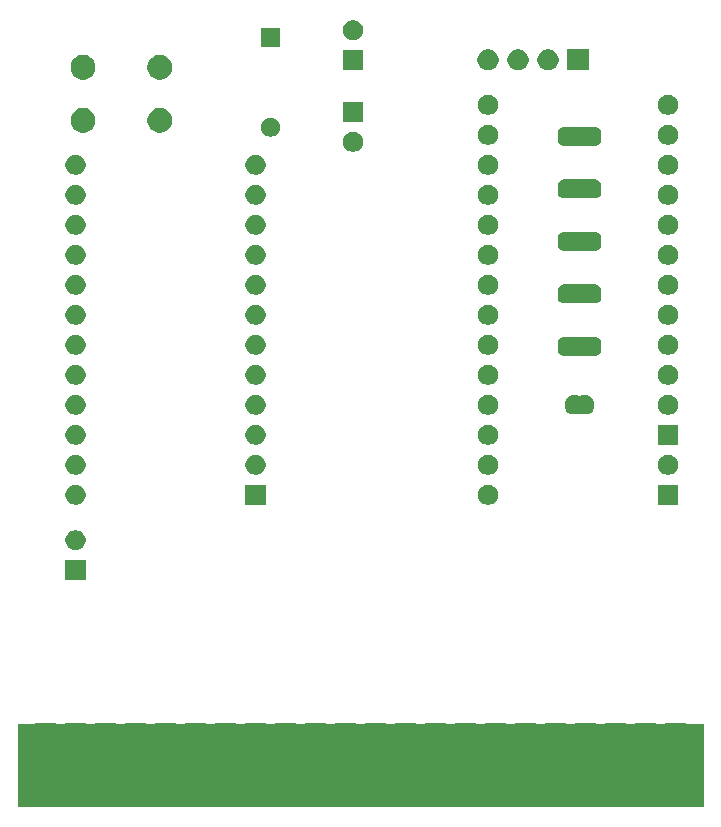
<source format=gbr>
G04 #@! TF.GenerationSoftware,KiCad,Pcbnew,(5.1.5)-3*
G04 #@! TF.CreationDate,2020-10-02T02:33:27-04:00*
G04 #@! TF.ProjectId,commodore-326173-01,636f6d6d-6f64-46f7-9265-2d3332363137,rev?*
G04 #@! TF.SameCoordinates,Original*
G04 #@! TF.FileFunction,Soldermask,Bot*
G04 #@! TF.FilePolarity,Negative*
%FSLAX46Y46*%
G04 Gerber Fmt 4.6, Leading zero omitted, Abs format (unit mm)*
G04 Created by KiCad (PCBNEW (5.1.5)-3) date 2020-10-02 02:33:27*
%MOMM*%
%LPD*%
G04 APERTURE LIST*
%ADD10C,0.100000*%
G04 APERTURE END LIST*
D10*
G36*
X113220500Y-141351000D02*
G01*
X113220500Y-148272500D01*
X171259500Y-148272500D01*
X171259500Y-141351000D01*
X113220500Y-141351000D01*
G37*
X113220500Y-141351000D02*
X113220500Y-148272500D01*
X171259500Y-148272500D01*
X171259500Y-141351000D01*
X113220500Y-141351000D01*
G36*
X126656000Y-148331000D02*
G01*
X124804000Y-148331000D01*
X124804000Y-141229000D01*
X126656000Y-141229000D01*
X126656000Y-148331000D01*
G37*
G36*
X169836000Y-148331000D02*
G01*
X167984000Y-148331000D01*
X167984000Y-141229000D01*
X169836000Y-141229000D01*
X169836000Y-148331000D01*
G37*
G36*
X134276000Y-148331000D02*
G01*
X132424000Y-148331000D01*
X132424000Y-141229000D01*
X134276000Y-141229000D01*
X134276000Y-148331000D01*
G37*
G36*
X139356000Y-148331000D02*
G01*
X137504000Y-148331000D01*
X137504000Y-141229000D01*
X139356000Y-141229000D01*
X139356000Y-148331000D01*
G37*
G36*
X131736000Y-148331000D02*
G01*
X129884000Y-148331000D01*
X129884000Y-141229000D01*
X131736000Y-141229000D01*
X131736000Y-148331000D01*
G37*
G36*
X136816000Y-148331000D02*
G01*
X134964000Y-148331000D01*
X134964000Y-141229000D01*
X136816000Y-141229000D01*
X136816000Y-148331000D01*
G37*
G36*
X129196000Y-148331000D02*
G01*
X127344000Y-148331000D01*
X127344000Y-141229000D01*
X129196000Y-141229000D01*
X129196000Y-148331000D01*
G37*
G36*
X116496000Y-148331000D02*
G01*
X114644000Y-148331000D01*
X114644000Y-141229000D01*
X116496000Y-141229000D01*
X116496000Y-148331000D01*
G37*
G36*
X162216000Y-148331000D02*
G01*
X160364000Y-148331000D01*
X160364000Y-141229000D01*
X162216000Y-141229000D01*
X162216000Y-148331000D01*
G37*
G36*
X159676000Y-148331000D02*
G01*
X157824000Y-148331000D01*
X157824000Y-141229000D01*
X159676000Y-141229000D01*
X159676000Y-148331000D01*
G37*
G36*
X164756000Y-148331000D02*
G01*
X162904000Y-148331000D01*
X162904000Y-141229000D01*
X164756000Y-141229000D01*
X164756000Y-148331000D01*
G37*
G36*
X167296000Y-148331000D02*
G01*
X165444000Y-148331000D01*
X165444000Y-141229000D01*
X167296000Y-141229000D01*
X167296000Y-148331000D01*
G37*
G36*
X149516000Y-148331000D02*
G01*
X147664000Y-148331000D01*
X147664000Y-141229000D01*
X149516000Y-141229000D01*
X149516000Y-148331000D01*
G37*
G36*
X124116000Y-148331000D02*
G01*
X122264000Y-148331000D01*
X122264000Y-141229000D01*
X124116000Y-141229000D01*
X124116000Y-148331000D01*
G37*
G36*
X119036000Y-148331000D02*
G01*
X117184000Y-148331000D01*
X117184000Y-141229000D01*
X119036000Y-141229000D01*
X119036000Y-148331000D01*
G37*
G36*
X121576000Y-148331000D02*
G01*
X119724000Y-148331000D01*
X119724000Y-141229000D01*
X121576000Y-141229000D01*
X121576000Y-148331000D01*
G37*
G36*
X152056000Y-148331000D02*
G01*
X150204000Y-148331000D01*
X150204000Y-141229000D01*
X152056000Y-141229000D01*
X152056000Y-148331000D01*
G37*
G36*
X141896000Y-148331000D02*
G01*
X140044000Y-148331000D01*
X140044000Y-141229000D01*
X141896000Y-141229000D01*
X141896000Y-148331000D01*
G37*
G36*
X154596000Y-148331000D02*
G01*
X152744000Y-148331000D01*
X152744000Y-141229000D01*
X154596000Y-141229000D01*
X154596000Y-148331000D01*
G37*
G36*
X157136000Y-148331000D02*
G01*
X155284000Y-148331000D01*
X155284000Y-141229000D01*
X157136000Y-141229000D01*
X157136000Y-148331000D01*
G37*
G36*
X144436000Y-148331000D02*
G01*
X142584000Y-148331000D01*
X142584000Y-141229000D01*
X144436000Y-141229000D01*
X144436000Y-148331000D01*
G37*
G36*
X146976000Y-148331000D02*
G01*
X145124000Y-148331000D01*
X145124000Y-141229000D01*
X146976000Y-141229000D01*
X146976000Y-148331000D01*
G37*
G36*
X118961000Y-129121000D02*
G01*
X117259000Y-129121000D01*
X117259000Y-127419000D01*
X118961000Y-127419000D01*
X118961000Y-129121000D01*
G37*
G36*
X118358228Y-124951703D02*
G01*
X118513100Y-125015853D01*
X118652481Y-125108985D01*
X118771015Y-125227519D01*
X118864147Y-125366900D01*
X118928297Y-125521772D01*
X118961000Y-125686184D01*
X118961000Y-125853816D01*
X118928297Y-126018228D01*
X118864147Y-126173100D01*
X118771015Y-126312481D01*
X118652481Y-126431015D01*
X118513100Y-126524147D01*
X118358228Y-126588297D01*
X118193816Y-126621000D01*
X118026184Y-126621000D01*
X117861772Y-126588297D01*
X117706900Y-126524147D01*
X117567519Y-126431015D01*
X117448985Y-126312481D01*
X117355853Y-126173100D01*
X117291703Y-126018228D01*
X117259000Y-125853816D01*
X117259000Y-125686184D01*
X117291703Y-125521772D01*
X117355853Y-125366900D01*
X117448985Y-125227519D01*
X117567519Y-125108985D01*
X117706900Y-125015853D01*
X117861772Y-124951703D01*
X118026184Y-124919000D01*
X118193816Y-124919000D01*
X118358228Y-124951703D01*
G37*
G36*
X153283228Y-121101703D02*
G01*
X153438100Y-121165853D01*
X153577481Y-121258985D01*
X153696015Y-121377519D01*
X153789147Y-121516900D01*
X153853297Y-121671772D01*
X153886000Y-121836184D01*
X153886000Y-122003816D01*
X153853297Y-122168228D01*
X153789147Y-122323100D01*
X153696015Y-122462481D01*
X153577481Y-122581015D01*
X153438100Y-122674147D01*
X153283228Y-122738297D01*
X153118816Y-122771000D01*
X152951184Y-122771000D01*
X152786772Y-122738297D01*
X152631900Y-122674147D01*
X152492519Y-122581015D01*
X152373985Y-122462481D01*
X152280853Y-122323100D01*
X152216703Y-122168228D01*
X152184000Y-122003816D01*
X152184000Y-121836184D01*
X152216703Y-121671772D01*
X152280853Y-121516900D01*
X152373985Y-121377519D01*
X152492519Y-121258985D01*
X152631900Y-121165853D01*
X152786772Y-121101703D01*
X152951184Y-121069000D01*
X153118816Y-121069000D01*
X153283228Y-121101703D01*
G37*
G36*
X169126000Y-122771000D02*
G01*
X167424000Y-122771000D01*
X167424000Y-121069000D01*
X169126000Y-121069000D01*
X169126000Y-122771000D01*
G37*
G36*
X118358228Y-121101703D02*
G01*
X118513100Y-121165853D01*
X118652481Y-121258985D01*
X118771015Y-121377519D01*
X118864147Y-121516900D01*
X118928297Y-121671772D01*
X118961000Y-121836184D01*
X118961000Y-122003816D01*
X118928297Y-122168228D01*
X118864147Y-122323100D01*
X118771015Y-122462481D01*
X118652481Y-122581015D01*
X118513100Y-122674147D01*
X118358228Y-122738297D01*
X118193816Y-122771000D01*
X118026184Y-122771000D01*
X117861772Y-122738297D01*
X117706900Y-122674147D01*
X117567519Y-122581015D01*
X117448985Y-122462481D01*
X117355853Y-122323100D01*
X117291703Y-122168228D01*
X117259000Y-122003816D01*
X117259000Y-121836184D01*
X117291703Y-121671772D01*
X117355853Y-121516900D01*
X117448985Y-121377519D01*
X117567519Y-121258985D01*
X117706900Y-121165853D01*
X117861772Y-121101703D01*
X118026184Y-121069000D01*
X118193816Y-121069000D01*
X118358228Y-121101703D01*
G37*
G36*
X134201000Y-122771000D02*
G01*
X132499000Y-122771000D01*
X132499000Y-121069000D01*
X134201000Y-121069000D01*
X134201000Y-122771000D01*
G37*
G36*
X118358228Y-118561703D02*
G01*
X118513100Y-118625853D01*
X118652481Y-118718985D01*
X118771015Y-118837519D01*
X118864147Y-118976900D01*
X118928297Y-119131772D01*
X118961000Y-119296184D01*
X118961000Y-119463816D01*
X118928297Y-119628228D01*
X118864147Y-119783100D01*
X118771015Y-119922481D01*
X118652481Y-120041015D01*
X118513100Y-120134147D01*
X118358228Y-120198297D01*
X118193816Y-120231000D01*
X118026184Y-120231000D01*
X117861772Y-120198297D01*
X117706900Y-120134147D01*
X117567519Y-120041015D01*
X117448985Y-119922481D01*
X117355853Y-119783100D01*
X117291703Y-119628228D01*
X117259000Y-119463816D01*
X117259000Y-119296184D01*
X117291703Y-119131772D01*
X117355853Y-118976900D01*
X117448985Y-118837519D01*
X117567519Y-118718985D01*
X117706900Y-118625853D01*
X117861772Y-118561703D01*
X118026184Y-118529000D01*
X118193816Y-118529000D01*
X118358228Y-118561703D01*
G37*
G36*
X153283228Y-118561703D02*
G01*
X153438100Y-118625853D01*
X153577481Y-118718985D01*
X153696015Y-118837519D01*
X153789147Y-118976900D01*
X153853297Y-119131772D01*
X153886000Y-119296184D01*
X153886000Y-119463816D01*
X153853297Y-119628228D01*
X153789147Y-119783100D01*
X153696015Y-119922481D01*
X153577481Y-120041015D01*
X153438100Y-120134147D01*
X153283228Y-120198297D01*
X153118816Y-120231000D01*
X152951184Y-120231000D01*
X152786772Y-120198297D01*
X152631900Y-120134147D01*
X152492519Y-120041015D01*
X152373985Y-119922481D01*
X152280853Y-119783100D01*
X152216703Y-119628228D01*
X152184000Y-119463816D01*
X152184000Y-119296184D01*
X152216703Y-119131772D01*
X152280853Y-118976900D01*
X152373985Y-118837519D01*
X152492519Y-118718985D01*
X152631900Y-118625853D01*
X152786772Y-118561703D01*
X152951184Y-118529000D01*
X153118816Y-118529000D01*
X153283228Y-118561703D01*
G37*
G36*
X168523228Y-118561703D02*
G01*
X168678100Y-118625853D01*
X168817481Y-118718985D01*
X168936015Y-118837519D01*
X169029147Y-118976900D01*
X169093297Y-119131772D01*
X169126000Y-119296184D01*
X169126000Y-119463816D01*
X169093297Y-119628228D01*
X169029147Y-119783100D01*
X168936015Y-119922481D01*
X168817481Y-120041015D01*
X168678100Y-120134147D01*
X168523228Y-120198297D01*
X168358816Y-120231000D01*
X168191184Y-120231000D01*
X168026772Y-120198297D01*
X167871900Y-120134147D01*
X167732519Y-120041015D01*
X167613985Y-119922481D01*
X167520853Y-119783100D01*
X167456703Y-119628228D01*
X167424000Y-119463816D01*
X167424000Y-119296184D01*
X167456703Y-119131772D01*
X167520853Y-118976900D01*
X167613985Y-118837519D01*
X167732519Y-118718985D01*
X167871900Y-118625853D01*
X168026772Y-118561703D01*
X168191184Y-118529000D01*
X168358816Y-118529000D01*
X168523228Y-118561703D01*
G37*
G36*
X133598228Y-118561703D02*
G01*
X133753100Y-118625853D01*
X133892481Y-118718985D01*
X134011015Y-118837519D01*
X134104147Y-118976900D01*
X134168297Y-119131772D01*
X134201000Y-119296184D01*
X134201000Y-119463816D01*
X134168297Y-119628228D01*
X134104147Y-119783100D01*
X134011015Y-119922481D01*
X133892481Y-120041015D01*
X133753100Y-120134147D01*
X133598228Y-120198297D01*
X133433816Y-120231000D01*
X133266184Y-120231000D01*
X133101772Y-120198297D01*
X132946900Y-120134147D01*
X132807519Y-120041015D01*
X132688985Y-119922481D01*
X132595853Y-119783100D01*
X132531703Y-119628228D01*
X132499000Y-119463816D01*
X132499000Y-119296184D01*
X132531703Y-119131772D01*
X132595853Y-118976900D01*
X132688985Y-118837519D01*
X132807519Y-118718985D01*
X132946900Y-118625853D01*
X133101772Y-118561703D01*
X133266184Y-118529000D01*
X133433816Y-118529000D01*
X133598228Y-118561703D01*
G37*
G36*
X153283228Y-116021703D02*
G01*
X153438100Y-116085853D01*
X153577481Y-116178985D01*
X153696015Y-116297519D01*
X153789147Y-116436900D01*
X153853297Y-116591772D01*
X153886000Y-116756184D01*
X153886000Y-116923816D01*
X153853297Y-117088228D01*
X153789147Y-117243100D01*
X153696015Y-117382481D01*
X153577481Y-117501015D01*
X153438100Y-117594147D01*
X153283228Y-117658297D01*
X153118816Y-117691000D01*
X152951184Y-117691000D01*
X152786772Y-117658297D01*
X152631900Y-117594147D01*
X152492519Y-117501015D01*
X152373985Y-117382481D01*
X152280853Y-117243100D01*
X152216703Y-117088228D01*
X152184000Y-116923816D01*
X152184000Y-116756184D01*
X152216703Y-116591772D01*
X152280853Y-116436900D01*
X152373985Y-116297519D01*
X152492519Y-116178985D01*
X152631900Y-116085853D01*
X152786772Y-116021703D01*
X152951184Y-115989000D01*
X153118816Y-115989000D01*
X153283228Y-116021703D01*
G37*
G36*
X133598228Y-116021703D02*
G01*
X133753100Y-116085853D01*
X133892481Y-116178985D01*
X134011015Y-116297519D01*
X134104147Y-116436900D01*
X134168297Y-116591772D01*
X134201000Y-116756184D01*
X134201000Y-116923816D01*
X134168297Y-117088228D01*
X134104147Y-117243100D01*
X134011015Y-117382481D01*
X133892481Y-117501015D01*
X133753100Y-117594147D01*
X133598228Y-117658297D01*
X133433816Y-117691000D01*
X133266184Y-117691000D01*
X133101772Y-117658297D01*
X132946900Y-117594147D01*
X132807519Y-117501015D01*
X132688985Y-117382481D01*
X132595853Y-117243100D01*
X132531703Y-117088228D01*
X132499000Y-116923816D01*
X132499000Y-116756184D01*
X132531703Y-116591772D01*
X132595853Y-116436900D01*
X132688985Y-116297519D01*
X132807519Y-116178985D01*
X132946900Y-116085853D01*
X133101772Y-116021703D01*
X133266184Y-115989000D01*
X133433816Y-115989000D01*
X133598228Y-116021703D01*
G37*
G36*
X118358228Y-116021703D02*
G01*
X118513100Y-116085853D01*
X118652481Y-116178985D01*
X118771015Y-116297519D01*
X118864147Y-116436900D01*
X118928297Y-116591772D01*
X118961000Y-116756184D01*
X118961000Y-116923816D01*
X118928297Y-117088228D01*
X118864147Y-117243100D01*
X118771015Y-117382481D01*
X118652481Y-117501015D01*
X118513100Y-117594147D01*
X118358228Y-117658297D01*
X118193816Y-117691000D01*
X118026184Y-117691000D01*
X117861772Y-117658297D01*
X117706900Y-117594147D01*
X117567519Y-117501015D01*
X117448985Y-117382481D01*
X117355853Y-117243100D01*
X117291703Y-117088228D01*
X117259000Y-116923816D01*
X117259000Y-116756184D01*
X117291703Y-116591772D01*
X117355853Y-116436900D01*
X117448985Y-116297519D01*
X117567519Y-116178985D01*
X117706900Y-116085853D01*
X117861772Y-116021703D01*
X118026184Y-115989000D01*
X118193816Y-115989000D01*
X118358228Y-116021703D01*
G37*
G36*
X169126000Y-117691000D02*
G01*
X167424000Y-117691000D01*
X167424000Y-115989000D01*
X169126000Y-115989000D01*
X169126000Y-117691000D01*
G37*
G36*
X168523228Y-113481703D02*
G01*
X168678100Y-113545853D01*
X168817481Y-113638985D01*
X168936015Y-113757519D01*
X169029147Y-113896900D01*
X169093297Y-114051772D01*
X169126000Y-114216184D01*
X169126000Y-114383816D01*
X169093297Y-114548228D01*
X169029147Y-114703100D01*
X168936015Y-114842481D01*
X168817481Y-114961015D01*
X168678100Y-115054147D01*
X168523228Y-115118297D01*
X168358816Y-115151000D01*
X168191184Y-115151000D01*
X168026772Y-115118297D01*
X167871900Y-115054147D01*
X167732519Y-114961015D01*
X167613985Y-114842481D01*
X167520853Y-114703100D01*
X167456703Y-114548228D01*
X167424000Y-114383816D01*
X167424000Y-114216184D01*
X167456703Y-114051772D01*
X167520853Y-113896900D01*
X167613985Y-113757519D01*
X167732519Y-113638985D01*
X167871900Y-113545853D01*
X168026772Y-113481703D01*
X168191184Y-113449000D01*
X168358816Y-113449000D01*
X168523228Y-113481703D01*
G37*
G36*
X153283228Y-113481703D02*
G01*
X153438100Y-113545853D01*
X153577481Y-113638985D01*
X153696015Y-113757519D01*
X153789147Y-113896900D01*
X153853297Y-114051772D01*
X153886000Y-114216184D01*
X153886000Y-114383816D01*
X153853297Y-114548228D01*
X153789147Y-114703100D01*
X153696015Y-114842481D01*
X153577481Y-114961015D01*
X153438100Y-115054147D01*
X153283228Y-115118297D01*
X153118816Y-115151000D01*
X152951184Y-115151000D01*
X152786772Y-115118297D01*
X152631900Y-115054147D01*
X152492519Y-114961015D01*
X152373985Y-114842481D01*
X152280853Y-114703100D01*
X152216703Y-114548228D01*
X152184000Y-114383816D01*
X152184000Y-114216184D01*
X152216703Y-114051772D01*
X152280853Y-113896900D01*
X152373985Y-113757519D01*
X152492519Y-113638985D01*
X152631900Y-113545853D01*
X152786772Y-113481703D01*
X152951184Y-113449000D01*
X153118816Y-113449000D01*
X153283228Y-113481703D01*
G37*
G36*
X133598228Y-113481703D02*
G01*
X133753100Y-113545853D01*
X133892481Y-113638985D01*
X134011015Y-113757519D01*
X134104147Y-113896900D01*
X134168297Y-114051772D01*
X134201000Y-114216184D01*
X134201000Y-114383816D01*
X134168297Y-114548228D01*
X134104147Y-114703100D01*
X134011015Y-114842481D01*
X133892481Y-114961015D01*
X133753100Y-115054147D01*
X133598228Y-115118297D01*
X133433816Y-115151000D01*
X133266184Y-115151000D01*
X133101772Y-115118297D01*
X132946900Y-115054147D01*
X132807519Y-114961015D01*
X132688985Y-114842481D01*
X132595853Y-114703100D01*
X132531703Y-114548228D01*
X132499000Y-114383816D01*
X132499000Y-114216184D01*
X132531703Y-114051772D01*
X132595853Y-113896900D01*
X132688985Y-113757519D01*
X132807519Y-113638985D01*
X132946900Y-113545853D01*
X133101772Y-113481703D01*
X133266184Y-113449000D01*
X133433816Y-113449000D01*
X133598228Y-113481703D01*
G37*
G36*
X118358228Y-113481703D02*
G01*
X118513100Y-113545853D01*
X118652481Y-113638985D01*
X118771015Y-113757519D01*
X118864147Y-113896900D01*
X118928297Y-114051772D01*
X118961000Y-114216184D01*
X118961000Y-114383816D01*
X118928297Y-114548228D01*
X118864147Y-114703100D01*
X118771015Y-114842481D01*
X118652481Y-114961015D01*
X118513100Y-115054147D01*
X118358228Y-115118297D01*
X118193816Y-115151000D01*
X118026184Y-115151000D01*
X117861772Y-115118297D01*
X117706900Y-115054147D01*
X117567519Y-114961015D01*
X117448985Y-114842481D01*
X117355853Y-114703100D01*
X117291703Y-114548228D01*
X117259000Y-114383816D01*
X117259000Y-114216184D01*
X117291703Y-114051772D01*
X117355853Y-113896900D01*
X117448985Y-113757519D01*
X117567519Y-113638985D01*
X117706900Y-113545853D01*
X117861772Y-113481703D01*
X118026184Y-113449000D01*
X118193816Y-113449000D01*
X118358228Y-113481703D01*
G37*
G36*
X160641999Y-113499737D02*
G01*
X160651608Y-113502652D01*
X160660472Y-113507390D01*
X160668237Y-113513763D01*
X160678448Y-113526206D01*
X160685378Y-113536575D01*
X160702705Y-113553902D01*
X160723080Y-113567515D01*
X160745720Y-113576891D01*
X160769753Y-113581671D01*
X160794257Y-113581670D01*
X160818290Y-113576888D01*
X160840929Y-113567510D01*
X160861302Y-113553895D01*
X160878629Y-113536568D01*
X160885558Y-113526198D01*
X160895763Y-113513763D01*
X160903528Y-113507390D01*
X160912392Y-113502652D01*
X160922001Y-113499737D01*
X160938140Y-113498148D01*
X161425861Y-113498148D01*
X161444199Y-113499954D01*
X161456450Y-113500556D01*
X161474869Y-113500556D01*
X161497149Y-113502750D01*
X161581233Y-113519476D01*
X161602660Y-113525976D01*
X161681858Y-113558780D01*
X161687303Y-113561691D01*
X161687309Y-113561693D01*
X161696169Y-113566429D01*
X161696173Y-113566432D01*
X161701614Y-113569340D01*
X161772899Y-113616971D01*
X161790204Y-113631172D01*
X161850828Y-113691796D01*
X161865029Y-113709101D01*
X161912660Y-113780386D01*
X161915568Y-113785827D01*
X161915571Y-113785831D01*
X161920307Y-113794691D01*
X161920309Y-113794697D01*
X161923220Y-113800142D01*
X161956024Y-113879340D01*
X161962524Y-113900767D01*
X161979250Y-113984851D01*
X161981444Y-114007131D01*
X161981444Y-114025550D01*
X161982046Y-114037801D01*
X161983852Y-114056139D01*
X161983852Y-114543862D01*
X161982046Y-114562199D01*
X161981444Y-114574450D01*
X161981444Y-114592869D01*
X161979250Y-114615149D01*
X161962524Y-114699233D01*
X161956024Y-114720660D01*
X161923220Y-114799858D01*
X161920309Y-114805303D01*
X161920307Y-114805309D01*
X161915571Y-114814169D01*
X161915568Y-114814173D01*
X161912660Y-114819614D01*
X161865029Y-114890899D01*
X161850828Y-114908204D01*
X161790204Y-114968828D01*
X161772899Y-114983029D01*
X161701614Y-115030660D01*
X161696173Y-115033568D01*
X161696169Y-115033571D01*
X161687309Y-115038307D01*
X161687303Y-115038309D01*
X161681858Y-115041220D01*
X161602660Y-115074024D01*
X161581233Y-115080524D01*
X161497149Y-115097250D01*
X161474869Y-115099444D01*
X161456450Y-115099444D01*
X161444199Y-115100046D01*
X161425862Y-115101852D01*
X160938140Y-115101852D01*
X160922001Y-115100263D01*
X160912392Y-115097348D01*
X160903528Y-115092610D01*
X160895763Y-115086237D01*
X160885552Y-115073794D01*
X160878622Y-115063425D01*
X160861295Y-115046098D01*
X160840920Y-115032485D01*
X160818280Y-115023109D01*
X160794247Y-115018329D01*
X160769743Y-115018330D01*
X160745710Y-115023112D01*
X160723071Y-115032490D01*
X160702698Y-115046105D01*
X160685371Y-115063432D01*
X160678442Y-115073802D01*
X160668237Y-115086237D01*
X160660472Y-115092610D01*
X160651608Y-115097348D01*
X160641999Y-115100263D01*
X160625860Y-115101852D01*
X160138138Y-115101852D01*
X160119801Y-115100046D01*
X160107550Y-115099444D01*
X160089131Y-115099444D01*
X160066851Y-115097250D01*
X159982767Y-115080524D01*
X159961340Y-115074024D01*
X159882142Y-115041220D01*
X159876697Y-115038309D01*
X159876691Y-115038307D01*
X159867831Y-115033571D01*
X159867827Y-115033568D01*
X159862386Y-115030660D01*
X159791101Y-114983029D01*
X159773796Y-114968828D01*
X159713172Y-114908204D01*
X159698971Y-114890899D01*
X159651340Y-114819614D01*
X159648432Y-114814173D01*
X159648429Y-114814169D01*
X159643693Y-114805309D01*
X159643691Y-114805303D01*
X159640780Y-114799858D01*
X159607976Y-114720660D01*
X159601476Y-114699233D01*
X159584750Y-114615149D01*
X159582556Y-114592869D01*
X159582556Y-114574450D01*
X159581954Y-114562199D01*
X159580148Y-114543862D01*
X159580148Y-114056139D01*
X159581954Y-114037801D01*
X159582556Y-114025550D01*
X159582556Y-114007131D01*
X159584750Y-113984851D01*
X159601476Y-113900767D01*
X159607976Y-113879340D01*
X159640780Y-113800142D01*
X159643691Y-113794697D01*
X159643693Y-113794691D01*
X159648429Y-113785831D01*
X159648432Y-113785827D01*
X159651340Y-113780386D01*
X159698971Y-113709101D01*
X159713172Y-113691796D01*
X159773796Y-113631172D01*
X159791101Y-113616971D01*
X159862386Y-113569340D01*
X159867827Y-113566432D01*
X159867831Y-113566429D01*
X159876691Y-113561693D01*
X159876697Y-113561691D01*
X159882142Y-113558780D01*
X159961340Y-113525976D01*
X159982767Y-113519476D01*
X160066851Y-113502750D01*
X160089131Y-113500556D01*
X160107550Y-113500556D01*
X160119801Y-113499954D01*
X160138139Y-113498148D01*
X160625860Y-113498148D01*
X160641999Y-113499737D01*
G37*
G36*
X153283228Y-110941703D02*
G01*
X153438100Y-111005853D01*
X153577481Y-111098985D01*
X153696015Y-111217519D01*
X153789147Y-111356900D01*
X153853297Y-111511772D01*
X153886000Y-111676184D01*
X153886000Y-111843816D01*
X153853297Y-112008228D01*
X153789147Y-112163100D01*
X153696015Y-112302481D01*
X153577481Y-112421015D01*
X153438100Y-112514147D01*
X153283228Y-112578297D01*
X153118816Y-112611000D01*
X152951184Y-112611000D01*
X152786772Y-112578297D01*
X152631900Y-112514147D01*
X152492519Y-112421015D01*
X152373985Y-112302481D01*
X152280853Y-112163100D01*
X152216703Y-112008228D01*
X152184000Y-111843816D01*
X152184000Y-111676184D01*
X152216703Y-111511772D01*
X152280853Y-111356900D01*
X152373985Y-111217519D01*
X152492519Y-111098985D01*
X152631900Y-111005853D01*
X152786772Y-110941703D01*
X152951184Y-110909000D01*
X153118816Y-110909000D01*
X153283228Y-110941703D01*
G37*
G36*
X118358228Y-110941703D02*
G01*
X118513100Y-111005853D01*
X118652481Y-111098985D01*
X118771015Y-111217519D01*
X118864147Y-111356900D01*
X118928297Y-111511772D01*
X118961000Y-111676184D01*
X118961000Y-111843816D01*
X118928297Y-112008228D01*
X118864147Y-112163100D01*
X118771015Y-112302481D01*
X118652481Y-112421015D01*
X118513100Y-112514147D01*
X118358228Y-112578297D01*
X118193816Y-112611000D01*
X118026184Y-112611000D01*
X117861772Y-112578297D01*
X117706900Y-112514147D01*
X117567519Y-112421015D01*
X117448985Y-112302481D01*
X117355853Y-112163100D01*
X117291703Y-112008228D01*
X117259000Y-111843816D01*
X117259000Y-111676184D01*
X117291703Y-111511772D01*
X117355853Y-111356900D01*
X117448985Y-111217519D01*
X117567519Y-111098985D01*
X117706900Y-111005853D01*
X117861772Y-110941703D01*
X118026184Y-110909000D01*
X118193816Y-110909000D01*
X118358228Y-110941703D01*
G37*
G36*
X133598228Y-110941703D02*
G01*
X133753100Y-111005853D01*
X133892481Y-111098985D01*
X134011015Y-111217519D01*
X134104147Y-111356900D01*
X134168297Y-111511772D01*
X134201000Y-111676184D01*
X134201000Y-111843816D01*
X134168297Y-112008228D01*
X134104147Y-112163100D01*
X134011015Y-112302481D01*
X133892481Y-112421015D01*
X133753100Y-112514147D01*
X133598228Y-112578297D01*
X133433816Y-112611000D01*
X133266184Y-112611000D01*
X133101772Y-112578297D01*
X132946900Y-112514147D01*
X132807519Y-112421015D01*
X132688985Y-112302481D01*
X132595853Y-112163100D01*
X132531703Y-112008228D01*
X132499000Y-111843816D01*
X132499000Y-111676184D01*
X132531703Y-111511772D01*
X132595853Y-111356900D01*
X132688985Y-111217519D01*
X132807519Y-111098985D01*
X132946900Y-111005853D01*
X133101772Y-110941703D01*
X133266184Y-110909000D01*
X133433816Y-110909000D01*
X133598228Y-110941703D01*
G37*
G36*
X168523228Y-110941703D02*
G01*
X168678100Y-111005853D01*
X168817481Y-111098985D01*
X168936015Y-111217519D01*
X169029147Y-111356900D01*
X169093297Y-111511772D01*
X169126000Y-111676184D01*
X169126000Y-111843816D01*
X169093297Y-112008228D01*
X169029147Y-112163100D01*
X168936015Y-112302481D01*
X168817481Y-112421015D01*
X168678100Y-112514147D01*
X168523228Y-112578297D01*
X168358816Y-112611000D01*
X168191184Y-112611000D01*
X168026772Y-112578297D01*
X167871900Y-112514147D01*
X167732519Y-112421015D01*
X167613985Y-112302481D01*
X167520853Y-112163100D01*
X167456703Y-112008228D01*
X167424000Y-111843816D01*
X167424000Y-111676184D01*
X167456703Y-111511772D01*
X167520853Y-111356900D01*
X167613985Y-111217519D01*
X167732519Y-111098985D01*
X167871900Y-111005853D01*
X168026772Y-110941703D01*
X168191184Y-110909000D01*
X168358816Y-110909000D01*
X168523228Y-110941703D01*
G37*
G36*
X160041999Y-108546737D02*
G01*
X160056528Y-108551145D01*
X160069711Y-108556606D01*
X160093745Y-108561388D01*
X160118249Y-108561389D01*
X160142282Y-108556609D01*
X160164921Y-108547232D01*
X160166765Y-108546000D01*
X161398050Y-108546000D01*
X161410164Y-108552475D01*
X161433613Y-108559588D01*
X161457999Y-108561990D01*
X161482385Y-108559588D01*
X161505834Y-108552475D01*
X161510746Y-108550152D01*
X161522001Y-108546737D01*
X161538140Y-108545148D01*
X162075861Y-108545148D01*
X162094199Y-108546954D01*
X162106450Y-108547556D01*
X162124869Y-108547556D01*
X162147149Y-108549750D01*
X162231233Y-108566476D01*
X162252660Y-108572976D01*
X162331858Y-108605780D01*
X162337303Y-108608691D01*
X162337309Y-108608693D01*
X162346169Y-108613429D01*
X162346173Y-108613432D01*
X162351614Y-108616340D01*
X162422899Y-108663971D01*
X162440204Y-108678172D01*
X162500828Y-108738796D01*
X162515029Y-108756101D01*
X162562660Y-108827386D01*
X162565568Y-108832827D01*
X162565571Y-108832831D01*
X162570307Y-108841691D01*
X162570309Y-108841697D01*
X162573220Y-108847142D01*
X162606024Y-108926340D01*
X162612524Y-108947767D01*
X162629250Y-109031851D01*
X162631444Y-109054131D01*
X162631444Y-109072550D01*
X162632046Y-109084801D01*
X162633852Y-109103139D01*
X162633852Y-109590862D01*
X162632046Y-109609199D01*
X162631444Y-109621450D01*
X162631444Y-109639869D01*
X162629250Y-109662149D01*
X162612524Y-109746233D01*
X162606024Y-109767660D01*
X162573220Y-109846858D01*
X162570309Y-109852303D01*
X162570307Y-109852309D01*
X162565571Y-109861169D01*
X162565568Y-109861173D01*
X162562660Y-109866614D01*
X162515029Y-109937899D01*
X162500828Y-109955204D01*
X162440204Y-110015828D01*
X162422899Y-110030029D01*
X162351614Y-110077660D01*
X162346173Y-110080568D01*
X162346169Y-110080571D01*
X162337309Y-110085307D01*
X162337303Y-110085309D01*
X162331858Y-110088220D01*
X162252660Y-110121024D01*
X162231233Y-110127524D01*
X162147149Y-110144250D01*
X162124869Y-110146444D01*
X162106450Y-110146444D01*
X162094199Y-110147046D01*
X162075862Y-110148852D01*
X161538140Y-110148852D01*
X161522001Y-110147263D01*
X161507472Y-110142855D01*
X161494289Y-110137394D01*
X161470255Y-110132612D01*
X161445751Y-110132611D01*
X161421718Y-110137391D01*
X161399079Y-110146768D01*
X161397235Y-110148000D01*
X160165950Y-110148000D01*
X160153836Y-110141525D01*
X160130387Y-110134412D01*
X160106001Y-110132010D01*
X160081615Y-110134412D01*
X160058166Y-110141525D01*
X160053254Y-110143848D01*
X160041999Y-110147263D01*
X160025860Y-110148852D01*
X159488138Y-110148852D01*
X159469801Y-110147046D01*
X159457550Y-110146444D01*
X159439131Y-110146444D01*
X159416851Y-110144250D01*
X159332767Y-110127524D01*
X159311340Y-110121024D01*
X159232142Y-110088220D01*
X159226697Y-110085309D01*
X159226691Y-110085307D01*
X159217831Y-110080571D01*
X159217827Y-110080568D01*
X159212386Y-110077660D01*
X159141101Y-110030029D01*
X159123796Y-110015828D01*
X159063172Y-109955204D01*
X159048971Y-109937899D01*
X159001340Y-109866614D01*
X158998432Y-109861173D01*
X158998429Y-109861169D01*
X158993693Y-109852309D01*
X158993691Y-109852303D01*
X158990780Y-109846858D01*
X158957976Y-109767660D01*
X158951476Y-109746233D01*
X158934750Y-109662149D01*
X158932556Y-109639869D01*
X158932556Y-109621450D01*
X158931954Y-109609199D01*
X158930148Y-109590862D01*
X158930148Y-109103139D01*
X158931954Y-109084801D01*
X158932556Y-109072550D01*
X158932556Y-109054131D01*
X158934750Y-109031851D01*
X158951476Y-108947767D01*
X158957976Y-108926340D01*
X158990780Y-108847142D01*
X158993691Y-108841697D01*
X158993693Y-108841691D01*
X158998429Y-108832831D01*
X158998432Y-108832827D01*
X159001340Y-108827386D01*
X159048971Y-108756101D01*
X159063172Y-108738796D01*
X159123796Y-108678172D01*
X159141101Y-108663971D01*
X159212386Y-108616340D01*
X159217827Y-108613432D01*
X159217831Y-108613429D01*
X159226691Y-108608693D01*
X159226697Y-108608691D01*
X159232142Y-108605780D01*
X159311340Y-108572976D01*
X159332767Y-108566476D01*
X159416851Y-108549750D01*
X159439131Y-108547556D01*
X159457550Y-108547556D01*
X159469801Y-108546954D01*
X159488139Y-108545148D01*
X160025860Y-108545148D01*
X160041999Y-108546737D01*
G37*
G36*
X168523228Y-108401703D02*
G01*
X168678100Y-108465853D01*
X168817481Y-108558985D01*
X168936015Y-108677519D01*
X169029147Y-108816900D01*
X169093297Y-108971772D01*
X169126000Y-109136184D01*
X169126000Y-109303816D01*
X169093297Y-109468228D01*
X169029147Y-109623100D01*
X168936015Y-109762481D01*
X168817481Y-109881015D01*
X168678100Y-109974147D01*
X168523228Y-110038297D01*
X168358816Y-110071000D01*
X168191184Y-110071000D01*
X168026772Y-110038297D01*
X167871900Y-109974147D01*
X167732519Y-109881015D01*
X167613985Y-109762481D01*
X167520853Y-109623100D01*
X167456703Y-109468228D01*
X167424000Y-109303816D01*
X167424000Y-109136184D01*
X167456703Y-108971772D01*
X167520853Y-108816900D01*
X167613985Y-108677519D01*
X167732519Y-108558985D01*
X167871900Y-108465853D01*
X168026772Y-108401703D01*
X168191184Y-108369000D01*
X168358816Y-108369000D01*
X168523228Y-108401703D01*
G37*
G36*
X153283228Y-108401703D02*
G01*
X153438100Y-108465853D01*
X153577481Y-108558985D01*
X153696015Y-108677519D01*
X153789147Y-108816900D01*
X153853297Y-108971772D01*
X153886000Y-109136184D01*
X153886000Y-109303816D01*
X153853297Y-109468228D01*
X153789147Y-109623100D01*
X153696015Y-109762481D01*
X153577481Y-109881015D01*
X153438100Y-109974147D01*
X153283228Y-110038297D01*
X153118816Y-110071000D01*
X152951184Y-110071000D01*
X152786772Y-110038297D01*
X152631900Y-109974147D01*
X152492519Y-109881015D01*
X152373985Y-109762481D01*
X152280853Y-109623100D01*
X152216703Y-109468228D01*
X152184000Y-109303816D01*
X152184000Y-109136184D01*
X152216703Y-108971772D01*
X152280853Y-108816900D01*
X152373985Y-108677519D01*
X152492519Y-108558985D01*
X152631900Y-108465853D01*
X152786772Y-108401703D01*
X152951184Y-108369000D01*
X153118816Y-108369000D01*
X153283228Y-108401703D01*
G37*
G36*
X118358228Y-108401703D02*
G01*
X118513100Y-108465853D01*
X118652481Y-108558985D01*
X118771015Y-108677519D01*
X118864147Y-108816900D01*
X118928297Y-108971772D01*
X118961000Y-109136184D01*
X118961000Y-109303816D01*
X118928297Y-109468228D01*
X118864147Y-109623100D01*
X118771015Y-109762481D01*
X118652481Y-109881015D01*
X118513100Y-109974147D01*
X118358228Y-110038297D01*
X118193816Y-110071000D01*
X118026184Y-110071000D01*
X117861772Y-110038297D01*
X117706900Y-109974147D01*
X117567519Y-109881015D01*
X117448985Y-109762481D01*
X117355853Y-109623100D01*
X117291703Y-109468228D01*
X117259000Y-109303816D01*
X117259000Y-109136184D01*
X117291703Y-108971772D01*
X117355853Y-108816900D01*
X117448985Y-108677519D01*
X117567519Y-108558985D01*
X117706900Y-108465853D01*
X117861772Y-108401703D01*
X118026184Y-108369000D01*
X118193816Y-108369000D01*
X118358228Y-108401703D01*
G37*
G36*
X133598228Y-108401703D02*
G01*
X133753100Y-108465853D01*
X133892481Y-108558985D01*
X134011015Y-108677519D01*
X134104147Y-108816900D01*
X134168297Y-108971772D01*
X134201000Y-109136184D01*
X134201000Y-109303816D01*
X134168297Y-109468228D01*
X134104147Y-109623100D01*
X134011015Y-109762481D01*
X133892481Y-109881015D01*
X133753100Y-109974147D01*
X133598228Y-110038297D01*
X133433816Y-110071000D01*
X133266184Y-110071000D01*
X133101772Y-110038297D01*
X132946900Y-109974147D01*
X132807519Y-109881015D01*
X132688985Y-109762481D01*
X132595853Y-109623100D01*
X132531703Y-109468228D01*
X132499000Y-109303816D01*
X132499000Y-109136184D01*
X132531703Y-108971772D01*
X132595853Y-108816900D01*
X132688985Y-108677519D01*
X132807519Y-108558985D01*
X132946900Y-108465853D01*
X133101772Y-108401703D01*
X133266184Y-108369000D01*
X133433816Y-108369000D01*
X133598228Y-108401703D01*
G37*
G36*
X168523228Y-105861703D02*
G01*
X168678100Y-105925853D01*
X168817481Y-106018985D01*
X168936015Y-106137519D01*
X169029147Y-106276900D01*
X169093297Y-106431772D01*
X169126000Y-106596184D01*
X169126000Y-106763816D01*
X169093297Y-106928228D01*
X169029147Y-107083100D01*
X168936015Y-107222481D01*
X168817481Y-107341015D01*
X168678100Y-107434147D01*
X168523228Y-107498297D01*
X168358816Y-107531000D01*
X168191184Y-107531000D01*
X168026772Y-107498297D01*
X167871900Y-107434147D01*
X167732519Y-107341015D01*
X167613985Y-107222481D01*
X167520853Y-107083100D01*
X167456703Y-106928228D01*
X167424000Y-106763816D01*
X167424000Y-106596184D01*
X167456703Y-106431772D01*
X167520853Y-106276900D01*
X167613985Y-106137519D01*
X167732519Y-106018985D01*
X167871900Y-105925853D01*
X168026772Y-105861703D01*
X168191184Y-105829000D01*
X168358816Y-105829000D01*
X168523228Y-105861703D01*
G37*
G36*
X133598228Y-105861703D02*
G01*
X133753100Y-105925853D01*
X133892481Y-106018985D01*
X134011015Y-106137519D01*
X134104147Y-106276900D01*
X134168297Y-106431772D01*
X134201000Y-106596184D01*
X134201000Y-106763816D01*
X134168297Y-106928228D01*
X134104147Y-107083100D01*
X134011015Y-107222481D01*
X133892481Y-107341015D01*
X133753100Y-107434147D01*
X133598228Y-107498297D01*
X133433816Y-107531000D01*
X133266184Y-107531000D01*
X133101772Y-107498297D01*
X132946900Y-107434147D01*
X132807519Y-107341015D01*
X132688985Y-107222481D01*
X132595853Y-107083100D01*
X132531703Y-106928228D01*
X132499000Y-106763816D01*
X132499000Y-106596184D01*
X132531703Y-106431772D01*
X132595853Y-106276900D01*
X132688985Y-106137519D01*
X132807519Y-106018985D01*
X132946900Y-105925853D01*
X133101772Y-105861703D01*
X133266184Y-105829000D01*
X133433816Y-105829000D01*
X133598228Y-105861703D01*
G37*
G36*
X153283228Y-105861703D02*
G01*
X153438100Y-105925853D01*
X153577481Y-106018985D01*
X153696015Y-106137519D01*
X153789147Y-106276900D01*
X153853297Y-106431772D01*
X153886000Y-106596184D01*
X153886000Y-106763816D01*
X153853297Y-106928228D01*
X153789147Y-107083100D01*
X153696015Y-107222481D01*
X153577481Y-107341015D01*
X153438100Y-107434147D01*
X153283228Y-107498297D01*
X153118816Y-107531000D01*
X152951184Y-107531000D01*
X152786772Y-107498297D01*
X152631900Y-107434147D01*
X152492519Y-107341015D01*
X152373985Y-107222481D01*
X152280853Y-107083100D01*
X152216703Y-106928228D01*
X152184000Y-106763816D01*
X152184000Y-106596184D01*
X152216703Y-106431772D01*
X152280853Y-106276900D01*
X152373985Y-106137519D01*
X152492519Y-106018985D01*
X152631900Y-105925853D01*
X152786772Y-105861703D01*
X152951184Y-105829000D01*
X153118816Y-105829000D01*
X153283228Y-105861703D01*
G37*
G36*
X118358228Y-105861703D02*
G01*
X118513100Y-105925853D01*
X118652481Y-106018985D01*
X118771015Y-106137519D01*
X118864147Y-106276900D01*
X118928297Y-106431772D01*
X118961000Y-106596184D01*
X118961000Y-106763816D01*
X118928297Y-106928228D01*
X118864147Y-107083100D01*
X118771015Y-107222481D01*
X118652481Y-107341015D01*
X118513100Y-107434147D01*
X118358228Y-107498297D01*
X118193816Y-107531000D01*
X118026184Y-107531000D01*
X117861772Y-107498297D01*
X117706900Y-107434147D01*
X117567519Y-107341015D01*
X117448985Y-107222481D01*
X117355853Y-107083100D01*
X117291703Y-106928228D01*
X117259000Y-106763816D01*
X117259000Y-106596184D01*
X117291703Y-106431772D01*
X117355853Y-106276900D01*
X117448985Y-106137519D01*
X117567519Y-106018985D01*
X117706900Y-105925853D01*
X117861772Y-105861703D01*
X118026184Y-105829000D01*
X118193816Y-105829000D01*
X118358228Y-105861703D01*
G37*
G36*
X160041999Y-104101737D02*
G01*
X160056528Y-104106145D01*
X160069711Y-104111606D01*
X160093745Y-104116388D01*
X160118249Y-104116389D01*
X160142282Y-104111609D01*
X160164921Y-104102232D01*
X160166765Y-104101000D01*
X161398050Y-104101000D01*
X161410164Y-104107475D01*
X161433613Y-104114588D01*
X161457999Y-104116990D01*
X161482385Y-104114588D01*
X161505834Y-104107475D01*
X161510746Y-104105152D01*
X161522001Y-104101737D01*
X161538140Y-104100148D01*
X162075861Y-104100148D01*
X162094199Y-104101954D01*
X162106450Y-104102556D01*
X162124869Y-104102556D01*
X162147149Y-104104750D01*
X162231233Y-104121476D01*
X162252660Y-104127976D01*
X162331858Y-104160780D01*
X162337303Y-104163691D01*
X162337309Y-104163693D01*
X162346169Y-104168429D01*
X162346173Y-104168432D01*
X162351614Y-104171340D01*
X162422899Y-104218971D01*
X162440204Y-104233172D01*
X162500828Y-104293796D01*
X162515029Y-104311101D01*
X162562660Y-104382386D01*
X162565568Y-104387827D01*
X162565571Y-104387831D01*
X162570307Y-104396691D01*
X162570309Y-104396697D01*
X162573220Y-104402142D01*
X162606024Y-104481340D01*
X162612524Y-104502767D01*
X162629250Y-104586851D01*
X162631444Y-104609131D01*
X162631444Y-104627550D01*
X162632046Y-104639801D01*
X162633852Y-104658139D01*
X162633852Y-105145862D01*
X162632046Y-105164199D01*
X162631444Y-105176450D01*
X162631444Y-105194869D01*
X162629250Y-105217149D01*
X162612524Y-105301233D01*
X162606024Y-105322660D01*
X162573220Y-105401858D01*
X162570309Y-105407303D01*
X162570307Y-105407309D01*
X162565571Y-105416169D01*
X162565568Y-105416173D01*
X162562660Y-105421614D01*
X162515029Y-105492899D01*
X162500828Y-105510204D01*
X162440204Y-105570828D01*
X162422899Y-105585029D01*
X162351614Y-105632660D01*
X162346173Y-105635568D01*
X162346169Y-105635571D01*
X162337309Y-105640307D01*
X162337303Y-105640309D01*
X162331858Y-105643220D01*
X162252660Y-105676024D01*
X162231233Y-105682524D01*
X162147149Y-105699250D01*
X162124869Y-105701444D01*
X162106450Y-105701444D01*
X162094199Y-105702046D01*
X162075862Y-105703852D01*
X161538140Y-105703852D01*
X161522001Y-105702263D01*
X161507472Y-105697855D01*
X161494289Y-105692394D01*
X161470255Y-105687612D01*
X161445751Y-105687611D01*
X161421718Y-105692391D01*
X161399079Y-105701768D01*
X161397235Y-105703000D01*
X160165950Y-105703000D01*
X160153836Y-105696525D01*
X160130387Y-105689412D01*
X160106001Y-105687010D01*
X160081615Y-105689412D01*
X160058166Y-105696525D01*
X160053254Y-105698848D01*
X160041999Y-105702263D01*
X160025860Y-105703852D01*
X159488138Y-105703852D01*
X159469801Y-105702046D01*
X159457550Y-105701444D01*
X159439131Y-105701444D01*
X159416851Y-105699250D01*
X159332767Y-105682524D01*
X159311340Y-105676024D01*
X159232142Y-105643220D01*
X159226697Y-105640309D01*
X159226691Y-105640307D01*
X159217831Y-105635571D01*
X159217827Y-105635568D01*
X159212386Y-105632660D01*
X159141101Y-105585029D01*
X159123796Y-105570828D01*
X159063172Y-105510204D01*
X159048971Y-105492899D01*
X159001340Y-105421614D01*
X158998432Y-105416173D01*
X158998429Y-105416169D01*
X158993693Y-105407309D01*
X158993691Y-105407303D01*
X158990780Y-105401858D01*
X158957976Y-105322660D01*
X158951476Y-105301233D01*
X158934750Y-105217149D01*
X158932556Y-105194869D01*
X158932556Y-105176450D01*
X158931954Y-105164199D01*
X158930148Y-105145862D01*
X158930148Y-104658139D01*
X158931954Y-104639801D01*
X158932556Y-104627550D01*
X158932556Y-104609131D01*
X158934750Y-104586851D01*
X158951476Y-104502767D01*
X158957976Y-104481340D01*
X158990780Y-104402142D01*
X158993691Y-104396697D01*
X158993693Y-104396691D01*
X158998429Y-104387831D01*
X158998432Y-104387827D01*
X159001340Y-104382386D01*
X159048971Y-104311101D01*
X159063172Y-104293796D01*
X159123796Y-104233172D01*
X159141101Y-104218971D01*
X159212386Y-104171340D01*
X159217827Y-104168432D01*
X159217831Y-104168429D01*
X159226691Y-104163693D01*
X159226697Y-104163691D01*
X159232142Y-104160780D01*
X159311340Y-104127976D01*
X159332767Y-104121476D01*
X159416851Y-104104750D01*
X159439131Y-104102556D01*
X159457550Y-104102556D01*
X159469801Y-104101954D01*
X159488139Y-104100148D01*
X160025860Y-104100148D01*
X160041999Y-104101737D01*
G37*
G36*
X153283228Y-103321703D02*
G01*
X153438100Y-103385853D01*
X153577481Y-103478985D01*
X153696015Y-103597519D01*
X153789147Y-103736900D01*
X153853297Y-103891772D01*
X153886000Y-104056184D01*
X153886000Y-104223816D01*
X153853297Y-104388228D01*
X153789147Y-104543100D01*
X153696015Y-104682481D01*
X153577481Y-104801015D01*
X153438100Y-104894147D01*
X153283228Y-104958297D01*
X153118816Y-104991000D01*
X152951184Y-104991000D01*
X152786772Y-104958297D01*
X152631900Y-104894147D01*
X152492519Y-104801015D01*
X152373985Y-104682481D01*
X152280853Y-104543100D01*
X152216703Y-104388228D01*
X152184000Y-104223816D01*
X152184000Y-104056184D01*
X152216703Y-103891772D01*
X152280853Y-103736900D01*
X152373985Y-103597519D01*
X152492519Y-103478985D01*
X152631900Y-103385853D01*
X152786772Y-103321703D01*
X152951184Y-103289000D01*
X153118816Y-103289000D01*
X153283228Y-103321703D01*
G37*
G36*
X168523228Y-103321703D02*
G01*
X168678100Y-103385853D01*
X168817481Y-103478985D01*
X168936015Y-103597519D01*
X169029147Y-103736900D01*
X169093297Y-103891772D01*
X169126000Y-104056184D01*
X169126000Y-104223816D01*
X169093297Y-104388228D01*
X169029147Y-104543100D01*
X168936015Y-104682481D01*
X168817481Y-104801015D01*
X168678100Y-104894147D01*
X168523228Y-104958297D01*
X168358816Y-104991000D01*
X168191184Y-104991000D01*
X168026772Y-104958297D01*
X167871900Y-104894147D01*
X167732519Y-104801015D01*
X167613985Y-104682481D01*
X167520853Y-104543100D01*
X167456703Y-104388228D01*
X167424000Y-104223816D01*
X167424000Y-104056184D01*
X167456703Y-103891772D01*
X167520853Y-103736900D01*
X167613985Y-103597519D01*
X167732519Y-103478985D01*
X167871900Y-103385853D01*
X168026772Y-103321703D01*
X168191184Y-103289000D01*
X168358816Y-103289000D01*
X168523228Y-103321703D01*
G37*
G36*
X118358228Y-103321703D02*
G01*
X118513100Y-103385853D01*
X118652481Y-103478985D01*
X118771015Y-103597519D01*
X118864147Y-103736900D01*
X118928297Y-103891772D01*
X118961000Y-104056184D01*
X118961000Y-104223816D01*
X118928297Y-104388228D01*
X118864147Y-104543100D01*
X118771015Y-104682481D01*
X118652481Y-104801015D01*
X118513100Y-104894147D01*
X118358228Y-104958297D01*
X118193816Y-104991000D01*
X118026184Y-104991000D01*
X117861772Y-104958297D01*
X117706900Y-104894147D01*
X117567519Y-104801015D01*
X117448985Y-104682481D01*
X117355853Y-104543100D01*
X117291703Y-104388228D01*
X117259000Y-104223816D01*
X117259000Y-104056184D01*
X117291703Y-103891772D01*
X117355853Y-103736900D01*
X117448985Y-103597519D01*
X117567519Y-103478985D01*
X117706900Y-103385853D01*
X117861772Y-103321703D01*
X118026184Y-103289000D01*
X118193816Y-103289000D01*
X118358228Y-103321703D01*
G37*
G36*
X133598228Y-103321703D02*
G01*
X133753100Y-103385853D01*
X133892481Y-103478985D01*
X134011015Y-103597519D01*
X134104147Y-103736900D01*
X134168297Y-103891772D01*
X134201000Y-104056184D01*
X134201000Y-104223816D01*
X134168297Y-104388228D01*
X134104147Y-104543100D01*
X134011015Y-104682481D01*
X133892481Y-104801015D01*
X133753100Y-104894147D01*
X133598228Y-104958297D01*
X133433816Y-104991000D01*
X133266184Y-104991000D01*
X133101772Y-104958297D01*
X132946900Y-104894147D01*
X132807519Y-104801015D01*
X132688985Y-104682481D01*
X132595853Y-104543100D01*
X132531703Y-104388228D01*
X132499000Y-104223816D01*
X132499000Y-104056184D01*
X132531703Y-103891772D01*
X132595853Y-103736900D01*
X132688985Y-103597519D01*
X132807519Y-103478985D01*
X132946900Y-103385853D01*
X133101772Y-103321703D01*
X133266184Y-103289000D01*
X133433816Y-103289000D01*
X133598228Y-103321703D01*
G37*
G36*
X153283228Y-100781703D02*
G01*
X153438100Y-100845853D01*
X153577481Y-100938985D01*
X153696015Y-101057519D01*
X153789147Y-101196900D01*
X153853297Y-101351772D01*
X153886000Y-101516184D01*
X153886000Y-101683816D01*
X153853297Y-101848228D01*
X153789147Y-102003100D01*
X153696015Y-102142481D01*
X153577481Y-102261015D01*
X153438100Y-102354147D01*
X153283228Y-102418297D01*
X153118816Y-102451000D01*
X152951184Y-102451000D01*
X152786772Y-102418297D01*
X152631900Y-102354147D01*
X152492519Y-102261015D01*
X152373985Y-102142481D01*
X152280853Y-102003100D01*
X152216703Y-101848228D01*
X152184000Y-101683816D01*
X152184000Y-101516184D01*
X152216703Y-101351772D01*
X152280853Y-101196900D01*
X152373985Y-101057519D01*
X152492519Y-100938985D01*
X152631900Y-100845853D01*
X152786772Y-100781703D01*
X152951184Y-100749000D01*
X153118816Y-100749000D01*
X153283228Y-100781703D01*
G37*
G36*
X118358228Y-100781703D02*
G01*
X118513100Y-100845853D01*
X118652481Y-100938985D01*
X118771015Y-101057519D01*
X118864147Y-101196900D01*
X118928297Y-101351772D01*
X118961000Y-101516184D01*
X118961000Y-101683816D01*
X118928297Y-101848228D01*
X118864147Y-102003100D01*
X118771015Y-102142481D01*
X118652481Y-102261015D01*
X118513100Y-102354147D01*
X118358228Y-102418297D01*
X118193816Y-102451000D01*
X118026184Y-102451000D01*
X117861772Y-102418297D01*
X117706900Y-102354147D01*
X117567519Y-102261015D01*
X117448985Y-102142481D01*
X117355853Y-102003100D01*
X117291703Y-101848228D01*
X117259000Y-101683816D01*
X117259000Y-101516184D01*
X117291703Y-101351772D01*
X117355853Y-101196900D01*
X117448985Y-101057519D01*
X117567519Y-100938985D01*
X117706900Y-100845853D01*
X117861772Y-100781703D01*
X118026184Y-100749000D01*
X118193816Y-100749000D01*
X118358228Y-100781703D01*
G37*
G36*
X168523228Y-100781703D02*
G01*
X168678100Y-100845853D01*
X168817481Y-100938985D01*
X168936015Y-101057519D01*
X169029147Y-101196900D01*
X169093297Y-101351772D01*
X169126000Y-101516184D01*
X169126000Y-101683816D01*
X169093297Y-101848228D01*
X169029147Y-102003100D01*
X168936015Y-102142481D01*
X168817481Y-102261015D01*
X168678100Y-102354147D01*
X168523228Y-102418297D01*
X168358816Y-102451000D01*
X168191184Y-102451000D01*
X168026772Y-102418297D01*
X167871900Y-102354147D01*
X167732519Y-102261015D01*
X167613985Y-102142481D01*
X167520853Y-102003100D01*
X167456703Y-101848228D01*
X167424000Y-101683816D01*
X167424000Y-101516184D01*
X167456703Y-101351772D01*
X167520853Y-101196900D01*
X167613985Y-101057519D01*
X167732519Y-100938985D01*
X167871900Y-100845853D01*
X168026772Y-100781703D01*
X168191184Y-100749000D01*
X168358816Y-100749000D01*
X168523228Y-100781703D01*
G37*
G36*
X133598228Y-100781703D02*
G01*
X133753100Y-100845853D01*
X133892481Y-100938985D01*
X134011015Y-101057519D01*
X134104147Y-101196900D01*
X134168297Y-101351772D01*
X134201000Y-101516184D01*
X134201000Y-101683816D01*
X134168297Y-101848228D01*
X134104147Y-102003100D01*
X134011015Y-102142481D01*
X133892481Y-102261015D01*
X133753100Y-102354147D01*
X133598228Y-102418297D01*
X133433816Y-102451000D01*
X133266184Y-102451000D01*
X133101772Y-102418297D01*
X132946900Y-102354147D01*
X132807519Y-102261015D01*
X132688985Y-102142481D01*
X132595853Y-102003100D01*
X132531703Y-101848228D01*
X132499000Y-101683816D01*
X132499000Y-101516184D01*
X132531703Y-101351772D01*
X132595853Y-101196900D01*
X132688985Y-101057519D01*
X132807519Y-100938985D01*
X132946900Y-100845853D01*
X133101772Y-100781703D01*
X133266184Y-100749000D01*
X133433816Y-100749000D01*
X133598228Y-100781703D01*
G37*
G36*
X160041999Y-99656737D02*
G01*
X160056528Y-99661145D01*
X160069711Y-99666606D01*
X160093745Y-99671388D01*
X160118249Y-99671389D01*
X160142282Y-99666609D01*
X160164921Y-99657232D01*
X160166765Y-99656000D01*
X161398050Y-99656000D01*
X161410164Y-99662475D01*
X161433613Y-99669588D01*
X161457999Y-99671990D01*
X161482385Y-99669588D01*
X161505834Y-99662475D01*
X161510746Y-99660152D01*
X161522001Y-99656737D01*
X161538140Y-99655148D01*
X162075861Y-99655148D01*
X162094199Y-99656954D01*
X162106450Y-99657556D01*
X162124869Y-99657556D01*
X162147149Y-99659750D01*
X162231233Y-99676476D01*
X162252660Y-99682976D01*
X162331858Y-99715780D01*
X162337303Y-99718691D01*
X162337309Y-99718693D01*
X162346169Y-99723429D01*
X162346173Y-99723432D01*
X162351614Y-99726340D01*
X162422899Y-99773971D01*
X162440204Y-99788172D01*
X162500828Y-99848796D01*
X162515029Y-99866101D01*
X162562660Y-99937386D01*
X162565568Y-99942827D01*
X162565571Y-99942831D01*
X162570307Y-99951691D01*
X162570309Y-99951697D01*
X162573220Y-99957142D01*
X162606024Y-100036340D01*
X162612524Y-100057767D01*
X162629250Y-100141851D01*
X162631444Y-100164131D01*
X162631444Y-100182550D01*
X162632046Y-100194801D01*
X162633852Y-100213139D01*
X162633852Y-100700862D01*
X162632046Y-100719199D01*
X162631444Y-100731450D01*
X162631444Y-100749869D01*
X162629250Y-100772149D01*
X162612524Y-100856233D01*
X162606024Y-100877660D01*
X162573220Y-100956858D01*
X162570309Y-100962303D01*
X162570307Y-100962309D01*
X162565571Y-100971169D01*
X162565568Y-100971173D01*
X162562660Y-100976614D01*
X162515029Y-101047899D01*
X162500828Y-101065204D01*
X162440204Y-101125828D01*
X162422899Y-101140029D01*
X162351614Y-101187660D01*
X162346173Y-101190568D01*
X162346169Y-101190571D01*
X162337309Y-101195307D01*
X162337303Y-101195309D01*
X162331858Y-101198220D01*
X162252660Y-101231024D01*
X162231233Y-101237524D01*
X162147149Y-101254250D01*
X162124869Y-101256444D01*
X162106450Y-101256444D01*
X162094199Y-101257046D01*
X162075862Y-101258852D01*
X161538140Y-101258852D01*
X161522001Y-101257263D01*
X161507472Y-101252855D01*
X161494289Y-101247394D01*
X161470255Y-101242612D01*
X161445751Y-101242611D01*
X161421718Y-101247391D01*
X161399079Y-101256768D01*
X161397235Y-101258000D01*
X160165950Y-101258000D01*
X160153836Y-101251525D01*
X160130387Y-101244412D01*
X160106001Y-101242010D01*
X160081615Y-101244412D01*
X160058166Y-101251525D01*
X160053254Y-101253848D01*
X160041999Y-101257263D01*
X160025860Y-101258852D01*
X159488138Y-101258852D01*
X159469801Y-101257046D01*
X159457550Y-101256444D01*
X159439131Y-101256444D01*
X159416851Y-101254250D01*
X159332767Y-101237524D01*
X159311340Y-101231024D01*
X159232142Y-101198220D01*
X159226697Y-101195309D01*
X159226691Y-101195307D01*
X159217831Y-101190571D01*
X159217827Y-101190568D01*
X159212386Y-101187660D01*
X159141101Y-101140029D01*
X159123796Y-101125828D01*
X159063172Y-101065204D01*
X159048971Y-101047899D01*
X159001340Y-100976614D01*
X158998432Y-100971173D01*
X158998429Y-100971169D01*
X158993693Y-100962309D01*
X158993691Y-100962303D01*
X158990780Y-100956858D01*
X158957976Y-100877660D01*
X158951476Y-100856233D01*
X158934750Y-100772149D01*
X158932556Y-100749869D01*
X158932556Y-100731450D01*
X158931954Y-100719199D01*
X158930148Y-100700862D01*
X158930148Y-100213139D01*
X158931954Y-100194801D01*
X158932556Y-100182550D01*
X158932556Y-100164131D01*
X158934750Y-100141851D01*
X158951476Y-100057767D01*
X158957976Y-100036340D01*
X158990780Y-99957142D01*
X158993691Y-99951697D01*
X158993693Y-99951691D01*
X158998429Y-99942831D01*
X158998432Y-99942827D01*
X159001340Y-99937386D01*
X159048971Y-99866101D01*
X159063172Y-99848796D01*
X159123796Y-99788172D01*
X159141101Y-99773971D01*
X159212386Y-99726340D01*
X159217827Y-99723432D01*
X159217831Y-99723429D01*
X159226691Y-99718693D01*
X159226697Y-99718691D01*
X159232142Y-99715780D01*
X159311340Y-99682976D01*
X159332767Y-99676476D01*
X159416851Y-99659750D01*
X159439131Y-99657556D01*
X159457550Y-99657556D01*
X159469801Y-99656954D01*
X159488139Y-99655148D01*
X160025860Y-99655148D01*
X160041999Y-99656737D01*
G37*
G36*
X168523228Y-98241703D02*
G01*
X168678100Y-98305853D01*
X168817481Y-98398985D01*
X168936015Y-98517519D01*
X169029147Y-98656900D01*
X169093297Y-98811772D01*
X169126000Y-98976184D01*
X169126000Y-99143816D01*
X169093297Y-99308228D01*
X169029147Y-99463100D01*
X168936015Y-99602481D01*
X168817481Y-99721015D01*
X168678100Y-99814147D01*
X168523228Y-99878297D01*
X168358816Y-99911000D01*
X168191184Y-99911000D01*
X168026772Y-99878297D01*
X167871900Y-99814147D01*
X167732519Y-99721015D01*
X167613985Y-99602481D01*
X167520853Y-99463100D01*
X167456703Y-99308228D01*
X167424000Y-99143816D01*
X167424000Y-98976184D01*
X167456703Y-98811772D01*
X167520853Y-98656900D01*
X167613985Y-98517519D01*
X167732519Y-98398985D01*
X167871900Y-98305853D01*
X168026772Y-98241703D01*
X168191184Y-98209000D01*
X168358816Y-98209000D01*
X168523228Y-98241703D01*
G37*
G36*
X153283228Y-98241703D02*
G01*
X153438100Y-98305853D01*
X153577481Y-98398985D01*
X153696015Y-98517519D01*
X153789147Y-98656900D01*
X153853297Y-98811772D01*
X153886000Y-98976184D01*
X153886000Y-99143816D01*
X153853297Y-99308228D01*
X153789147Y-99463100D01*
X153696015Y-99602481D01*
X153577481Y-99721015D01*
X153438100Y-99814147D01*
X153283228Y-99878297D01*
X153118816Y-99911000D01*
X152951184Y-99911000D01*
X152786772Y-99878297D01*
X152631900Y-99814147D01*
X152492519Y-99721015D01*
X152373985Y-99602481D01*
X152280853Y-99463100D01*
X152216703Y-99308228D01*
X152184000Y-99143816D01*
X152184000Y-98976184D01*
X152216703Y-98811772D01*
X152280853Y-98656900D01*
X152373985Y-98517519D01*
X152492519Y-98398985D01*
X152631900Y-98305853D01*
X152786772Y-98241703D01*
X152951184Y-98209000D01*
X153118816Y-98209000D01*
X153283228Y-98241703D01*
G37*
G36*
X133598228Y-98241703D02*
G01*
X133753100Y-98305853D01*
X133892481Y-98398985D01*
X134011015Y-98517519D01*
X134104147Y-98656900D01*
X134168297Y-98811772D01*
X134201000Y-98976184D01*
X134201000Y-99143816D01*
X134168297Y-99308228D01*
X134104147Y-99463100D01*
X134011015Y-99602481D01*
X133892481Y-99721015D01*
X133753100Y-99814147D01*
X133598228Y-99878297D01*
X133433816Y-99911000D01*
X133266184Y-99911000D01*
X133101772Y-99878297D01*
X132946900Y-99814147D01*
X132807519Y-99721015D01*
X132688985Y-99602481D01*
X132595853Y-99463100D01*
X132531703Y-99308228D01*
X132499000Y-99143816D01*
X132499000Y-98976184D01*
X132531703Y-98811772D01*
X132595853Y-98656900D01*
X132688985Y-98517519D01*
X132807519Y-98398985D01*
X132946900Y-98305853D01*
X133101772Y-98241703D01*
X133266184Y-98209000D01*
X133433816Y-98209000D01*
X133598228Y-98241703D01*
G37*
G36*
X118358228Y-98241703D02*
G01*
X118513100Y-98305853D01*
X118652481Y-98398985D01*
X118771015Y-98517519D01*
X118864147Y-98656900D01*
X118928297Y-98811772D01*
X118961000Y-98976184D01*
X118961000Y-99143816D01*
X118928297Y-99308228D01*
X118864147Y-99463100D01*
X118771015Y-99602481D01*
X118652481Y-99721015D01*
X118513100Y-99814147D01*
X118358228Y-99878297D01*
X118193816Y-99911000D01*
X118026184Y-99911000D01*
X117861772Y-99878297D01*
X117706900Y-99814147D01*
X117567519Y-99721015D01*
X117448985Y-99602481D01*
X117355853Y-99463100D01*
X117291703Y-99308228D01*
X117259000Y-99143816D01*
X117259000Y-98976184D01*
X117291703Y-98811772D01*
X117355853Y-98656900D01*
X117448985Y-98517519D01*
X117567519Y-98398985D01*
X117706900Y-98305853D01*
X117861772Y-98241703D01*
X118026184Y-98209000D01*
X118193816Y-98209000D01*
X118358228Y-98241703D01*
G37*
G36*
X153283228Y-95701703D02*
G01*
X153438100Y-95765853D01*
X153577481Y-95858985D01*
X153696015Y-95977519D01*
X153789147Y-96116900D01*
X153853297Y-96271772D01*
X153886000Y-96436184D01*
X153886000Y-96603816D01*
X153853297Y-96768228D01*
X153789147Y-96923100D01*
X153696015Y-97062481D01*
X153577481Y-97181015D01*
X153438100Y-97274147D01*
X153283228Y-97338297D01*
X153118816Y-97371000D01*
X152951184Y-97371000D01*
X152786772Y-97338297D01*
X152631900Y-97274147D01*
X152492519Y-97181015D01*
X152373985Y-97062481D01*
X152280853Y-96923100D01*
X152216703Y-96768228D01*
X152184000Y-96603816D01*
X152184000Y-96436184D01*
X152216703Y-96271772D01*
X152280853Y-96116900D01*
X152373985Y-95977519D01*
X152492519Y-95858985D01*
X152631900Y-95765853D01*
X152786772Y-95701703D01*
X152951184Y-95669000D01*
X153118816Y-95669000D01*
X153283228Y-95701703D01*
G37*
G36*
X168523228Y-95701703D02*
G01*
X168678100Y-95765853D01*
X168817481Y-95858985D01*
X168936015Y-95977519D01*
X169029147Y-96116900D01*
X169093297Y-96271772D01*
X169126000Y-96436184D01*
X169126000Y-96603816D01*
X169093297Y-96768228D01*
X169029147Y-96923100D01*
X168936015Y-97062481D01*
X168817481Y-97181015D01*
X168678100Y-97274147D01*
X168523228Y-97338297D01*
X168358816Y-97371000D01*
X168191184Y-97371000D01*
X168026772Y-97338297D01*
X167871900Y-97274147D01*
X167732519Y-97181015D01*
X167613985Y-97062481D01*
X167520853Y-96923100D01*
X167456703Y-96768228D01*
X167424000Y-96603816D01*
X167424000Y-96436184D01*
X167456703Y-96271772D01*
X167520853Y-96116900D01*
X167613985Y-95977519D01*
X167732519Y-95858985D01*
X167871900Y-95765853D01*
X168026772Y-95701703D01*
X168191184Y-95669000D01*
X168358816Y-95669000D01*
X168523228Y-95701703D01*
G37*
G36*
X118358228Y-95701703D02*
G01*
X118513100Y-95765853D01*
X118652481Y-95858985D01*
X118771015Y-95977519D01*
X118864147Y-96116900D01*
X118928297Y-96271772D01*
X118961000Y-96436184D01*
X118961000Y-96603816D01*
X118928297Y-96768228D01*
X118864147Y-96923100D01*
X118771015Y-97062481D01*
X118652481Y-97181015D01*
X118513100Y-97274147D01*
X118358228Y-97338297D01*
X118193816Y-97371000D01*
X118026184Y-97371000D01*
X117861772Y-97338297D01*
X117706900Y-97274147D01*
X117567519Y-97181015D01*
X117448985Y-97062481D01*
X117355853Y-96923100D01*
X117291703Y-96768228D01*
X117259000Y-96603816D01*
X117259000Y-96436184D01*
X117291703Y-96271772D01*
X117355853Y-96116900D01*
X117448985Y-95977519D01*
X117567519Y-95858985D01*
X117706900Y-95765853D01*
X117861772Y-95701703D01*
X118026184Y-95669000D01*
X118193816Y-95669000D01*
X118358228Y-95701703D01*
G37*
G36*
X133598228Y-95701703D02*
G01*
X133753100Y-95765853D01*
X133892481Y-95858985D01*
X134011015Y-95977519D01*
X134104147Y-96116900D01*
X134168297Y-96271772D01*
X134201000Y-96436184D01*
X134201000Y-96603816D01*
X134168297Y-96768228D01*
X134104147Y-96923100D01*
X134011015Y-97062481D01*
X133892481Y-97181015D01*
X133753100Y-97274147D01*
X133598228Y-97338297D01*
X133433816Y-97371000D01*
X133266184Y-97371000D01*
X133101772Y-97338297D01*
X132946900Y-97274147D01*
X132807519Y-97181015D01*
X132688985Y-97062481D01*
X132595853Y-96923100D01*
X132531703Y-96768228D01*
X132499000Y-96603816D01*
X132499000Y-96436184D01*
X132531703Y-96271772D01*
X132595853Y-96116900D01*
X132688985Y-95977519D01*
X132807519Y-95858985D01*
X132946900Y-95765853D01*
X133101772Y-95701703D01*
X133266184Y-95669000D01*
X133433816Y-95669000D01*
X133598228Y-95701703D01*
G37*
G36*
X160041999Y-95211737D02*
G01*
X160056528Y-95216145D01*
X160069711Y-95221606D01*
X160093745Y-95226388D01*
X160118249Y-95226389D01*
X160142282Y-95221609D01*
X160164921Y-95212232D01*
X160166765Y-95211000D01*
X161398050Y-95211000D01*
X161410164Y-95217475D01*
X161433613Y-95224588D01*
X161457999Y-95226990D01*
X161482385Y-95224588D01*
X161505834Y-95217475D01*
X161510746Y-95215152D01*
X161522001Y-95211737D01*
X161538140Y-95210148D01*
X162075861Y-95210148D01*
X162094199Y-95211954D01*
X162106450Y-95212556D01*
X162124869Y-95212556D01*
X162147149Y-95214750D01*
X162231233Y-95231476D01*
X162252660Y-95237976D01*
X162331858Y-95270780D01*
X162337303Y-95273691D01*
X162337309Y-95273693D01*
X162346169Y-95278429D01*
X162346173Y-95278432D01*
X162351614Y-95281340D01*
X162422899Y-95328971D01*
X162440204Y-95343172D01*
X162500828Y-95403796D01*
X162515029Y-95421101D01*
X162562660Y-95492386D01*
X162565568Y-95497827D01*
X162565571Y-95497831D01*
X162570307Y-95506691D01*
X162570309Y-95506697D01*
X162573220Y-95512142D01*
X162606024Y-95591340D01*
X162612524Y-95612767D01*
X162629250Y-95696851D01*
X162631444Y-95719131D01*
X162631444Y-95737550D01*
X162632046Y-95749801D01*
X162633852Y-95768139D01*
X162633852Y-96255862D01*
X162632046Y-96274199D01*
X162631444Y-96286450D01*
X162631444Y-96304869D01*
X162629250Y-96327149D01*
X162612524Y-96411233D01*
X162606024Y-96432660D01*
X162573220Y-96511858D01*
X162570309Y-96517303D01*
X162570307Y-96517309D01*
X162565571Y-96526169D01*
X162565568Y-96526173D01*
X162562660Y-96531614D01*
X162515029Y-96602899D01*
X162500828Y-96620204D01*
X162440204Y-96680828D01*
X162422899Y-96695029D01*
X162351614Y-96742660D01*
X162346173Y-96745568D01*
X162346169Y-96745571D01*
X162337309Y-96750307D01*
X162337303Y-96750309D01*
X162331858Y-96753220D01*
X162252660Y-96786024D01*
X162231233Y-96792524D01*
X162147149Y-96809250D01*
X162124869Y-96811444D01*
X162106450Y-96811444D01*
X162094199Y-96812046D01*
X162075862Y-96813852D01*
X161538140Y-96813852D01*
X161522001Y-96812263D01*
X161507472Y-96807855D01*
X161494289Y-96802394D01*
X161470255Y-96797612D01*
X161445751Y-96797611D01*
X161421718Y-96802391D01*
X161399079Y-96811768D01*
X161397235Y-96813000D01*
X160165950Y-96813000D01*
X160153836Y-96806525D01*
X160130387Y-96799412D01*
X160106001Y-96797010D01*
X160081615Y-96799412D01*
X160058166Y-96806525D01*
X160053254Y-96808848D01*
X160041999Y-96812263D01*
X160025860Y-96813852D01*
X159488138Y-96813852D01*
X159469801Y-96812046D01*
X159457550Y-96811444D01*
X159439131Y-96811444D01*
X159416851Y-96809250D01*
X159332767Y-96792524D01*
X159311340Y-96786024D01*
X159232142Y-96753220D01*
X159226697Y-96750309D01*
X159226691Y-96750307D01*
X159217831Y-96745571D01*
X159217827Y-96745568D01*
X159212386Y-96742660D01*
X159141101Y-96695029D01*
X159123796Y-96680828D01*
X159063172Y-96620204D01*
X159048971Y-96602899D01*
X159001340Y-96531614D01*
X158998432Y-96526173D01*
X158998429Y-96526169D01*
X158993693Y-96517309D01*
X158993691Y-96517303D01*
X158990780Y-96511858D01*
X158957976Y-96432660D01*
X158951476Y-96411233D01*
X158934750Y-96327149D01*
X158932556Y-96304869D01*
X158932556Y-96286450D01*
X158931954Y-96274199D01*
X158930148Y-96255862D01*
X158930148Y-95768139D01*
X158931954Y-95749801D01*
X158932556Y-95737550D01*
X158932556Y-95719131D01*
X158934750Y-95696851D01*
X158951476Y-95612767D01*
X158957976Y-95591340D01*
X158990780Y-95512142D01*
X158993691Y-95506697D01*
X158993693Y-95506691D01*
X158998429Y-95497831D01*
X158998432Y-95497827D01*
X159001340Y-95492386D01*
X159048971Y-95421101D01*
X159063172Y-95403796D01*
X159123796Y-95343172D01*
X159141101Y-95328971D01*
X159212386Y-95281340D01*
X159217827Y-95278432D01*
X159217831Y-95278429D01*
X159226691Y-95273693D01*
X159226697Y-95273691D01*
X159232142Y-95270780D01*
X159311340Y-95237976D01*
X159332767Y-95231476D01*
X159416851Y-95214750D01*
X159439131Y-95212556D01*
X159457550Y-95212556D01*
X159469801Y-95211954D01*
X159488139Y-95210148D01*
X160025860Y-95210148D01*
X160041999Y-95211737D01*
G37*
G36*
X118358228Y-93161703D02*
G01*
X118513100Y-93225853D01*
X118652481Y-93318985D01*
X118771015Y-93437519D01*
X118864147Y-93576900D01*
X118928297Y-93731772D01*
X118961000Y-93896184D01*
X118961000Y-94063816D01*
X118928297Y-94228228D01*
X118864147Y-94383100D01*
X118771015Y-94522481D01*
X118652481Y-94641015D01*
X118513100Y-94734147D01*
X118358228Y-94798297D01*
X118193816Y-94831000D01*
X118026184Y-94831000D01*
X117861772Y-94798297D01*
X117706900Y-94734147D01*
X117567519Y-94641015D01*
X117448985Y-94522481D01*
X117355853Y-94383100D01*
X117291703Y-94228228D01*
X117259000Y-94063816D01*
X117259000Y-93896184D01*
X117291703Y-93731772D01*
X117355853Y-93576900D01*
X117448985Y-93437519D01*
X117567519Y-93318985D01*
X117706900Y-93225853D01*
X117861772Y-93161703D01*
X118026184Y-93129000D01*
X118193816Y-93129000D01*
X118358228Y-93161703D01*
G37*
G36*
X168523228Y-93161703D02*
G01*
X168678100Y-93225853D01*
X168817481Y-93318985D01*
X168936015Y-93437519D01*
X169029147Y-93576900D01*
X169093297Y-93731772D01*
X169126000Y-93896184D01*
X169126000Y-94063816D01*
X169093297Y-94228228D01*
X169029147Y-94383100D01*
X168936015Y-94522481D01*
X168817481Y-94641015D01*
X168678100Y-94734147D01*
X168523228Y-94798297D01*
X168358816Y-94831000D01*
X168191184Y-94831000D01*
X168026772Y-94798297D01*
X167871900Y-94734147D01*
X167732519Y-94641015D01*
X167613985Y-94522481D01*
X167520853Y-94383100D01*
X167456703Y-94228228D01*
X167424000Y-94063816D01*
X167424000Y-93896184D01*
X167456703Y-93731772D01*
X167520853Y-93576900D01*
X167613985Y-93437519D01*
X167732519Y-93318985D01*
X167871900Y-93225853D01*
X168026772Y-93161703D01*
X168191184Y-93129000D01*
X168358816Y-93129000D01*
X168523228Y-93161703D01*
G37*
G36*
X153283228Y-93161703D02*
G01*
X153438100Y-93225853D01*
X153577481Y-93318985D01*
X153696015Y-93437519D01*
X153789147Y-93576900D01*
X153853297Y-93731772D01*
X153886000Y-93896184D01*
X153886000Y-94063816D01*
X153853297Y-94228228D01*
X153789147Y-94383100D01*
X153696015Y-94522481D01*
X153577481Y-94641015D01*
X153438100Y-94734147D01*
X153283228Y-94798297D01*
X153118816Y-94831000D01*
X152951184Y-94831000D01*
X152786772Y-94798297D01*
X152631900Y-94734147D01*
X152492519Y-94641015D01*
X152373985Y-94522481D01*
X152280853Y-94383100D01*
X152216703Y-94228228D01*
X152184000Y-94063816D01*
X152184000Y-93896184D01*
X152216703Y-93731772D01*
X152280853Y-93576900D01*
X152373985Y-93437519D01*
X152492519Y-93318985D01*
X152631900Y-93225853D01*
X152786772Y-93161703D01*
X152951184Y-93129000D01*
X153118816Y-93129000D01*
X153283228Y-93161703D01*
G37*
G36*
X133598228Y-93161703D02*
G01*
X133753100Y-93225853D01*
X133892481Y-93318985D01*
X134011015Y-93437519D01*
X134104147Y-93576900D01*
X134168297Y-93731772D01*
X134201000Y-93896184D01*
X134201000Y-94063816D01*
X134168297Y-94228228D01*
X134104147Y-94383100D01*
X134011015Y-94522481D01*
X133892481Y-94641015D01*
X133753100Y-94734147D01*
X133598228Y-94798297D01*
X133433816Y-94831000D01*
X133266184Y-94831000D01*
X133101772Y-94798297D01*
X132946900Y-94734147D01*
X132807519Y-94641015D01*
X132688985Y-94522481D01*
X132595853Y-94383100D01*
X132531703Y-94228228D01*
X132499000Y-94063816D01*
X132499000Y-93896184D01*
X132531703Y-93731772D01*
X132595853Y-93576900D01*
X132688985Y-93437519D01*
X132807519Y-93318985D01*
X132946900Y-93225853D01*
X133101772Y-93161703D01*
X133266184Y-93129000D01*
X133433816Y-93129000D01*
X133598228Y-93161703D01*
G37*
G36*
X141853228Y-91216703D02*
G01*
X142008100Y-91280853D01*
X142147481Y-91373985D01*
X142266015Y-91492519D01*
X142359147Y-91631900D01*
X142423297Y-91786772D01*
X142456000Y-91951184D01*
X142456000Y-92118816D01*
X142423297Y-92283228D01*
X142359147Y-92438100D01*
X142266015Y-92577481D01*
X142147481Y-92696015D01*
X142008100Y-92789147D01*
X141853228Y-92853297D01*
X141688816Y-92886000D01*
X141521184Y-92886000D01*
X141356772Y-92853297D01*
X141201900Y-92789147D01*
X141062519Y-92696015D01*
X140943985Y-92577481D01*
X140850853Y-92438100D01*
X140786703Y-92283228D01*
X140754000Y-92118816D01*
X140754000Y-91951184D01*
X140786703Y-91786772D01*
X140850853Y-91631900D01*
X140943985Y-91492519D01*
X141062519Y-91373985D01*
X141201900Y-91280853D01*
X141356772Y-91216703D01*
X141521184Y-91184000D01*
X141688816Y-91184000D01*
X141853228Y-91216703D01*
G37*
G36*
X160041999Y-90766737D02*
G01*
X160056528Y-90771145D01*
X160069711Y-90776606D01*
X160093745Y-90781388D01*
X160118249Y-90781389D01*
X160142282Y-90776609D01*
X160164921Y-90767232D01*
X160166765Y-90766000D01*
X161398050Y-90766000D01*
X161410164Y-90772475D01*
X161433613Y-90779588D01*
X161457999Y-90781990D01*
X161482385Y-90779588D01*
X161505834Y-90772475D01*
X161510746Y-90770152D01*
X161522001Y-90766737D01*
X161538140Y-90765148D01*
X162075861Y-90765148D01*
X162094199Y-90766954D01*
X162106450Y-90767556D01*
X162124869Y-90767556D01*
X162147149Y-90769750D01*
X162231233Y-90786476D01*
X162252660Y-90792976D01*
X162331858Y-90825780D01*
X162337303Y-90828691D01*
X162337309Y-90828693D01*
X162346169Y-90833429D01*
X162346173Y-90833432D01*
X162351614Y-90836340D01*
X162422899Y-90883971D01*
X162440204Y-90898172D01*
X162500828Y-90958796D01*
X162515029Y-90976101D01*
X162562660Y-91047386D01*
X162565568Y-91052827D01*
X162565571Y-91052831D01*
X162570307Y-91061691D01*
X162570309Y-91061697D01*
X162573220Y-91067142D01*
X162606024Y-91146340D01*
X162612524Y-91167767D01*
X162629250Y-91251851D01*
X162631444Y-91274131D01*
X162631444Y-91292550D01*
X162632046Y-91304801D01*
X162633852Y-91323139D01*
X162633852Y-91810862D01*
X162632046Y-91829199D01*
X162631444Y-91841450D01*
X162631444Y-91859869D01*
X162629250Y-91882149D01*
X162612524Y-91966233D01*
X162606024Y-91987660D01*
X162573220Y-92066858D01*
X162570309Y-92072303D01*
X162570307Y-92072309D01*
X162565571Y-92081169D01*
X162565568Y-92081173D01*
X162562660Y-92086614D01*
X162515029Y-92157899D01*
X162500828Y-92175204D01*
X162440204Y-92235828D01*
X162422899Y-92250029D01*
X162351614Y-92297660D01*
X162346173Y-92300568D01*
X162346169Y-92300571D01*
X162337309Y-92305307D01*
X162337303Y-92305309D01*
X162331858Y-92308220D01*
X162252660Y-92341024D01*
X162231233Y-92347524D01*
X162147149Y-92364250D01*
X162124869Y-92366444D01*
X162106450Y-92366444D01*
X162094199Y-92367046D01*
X162075862Y-92368852D01*
X161538140Y-92368852D01*
X161522001Y-92367263D01*
X161507472Y-92362855D01*
X161494289Y-92357394D01*
X161470255Y-92352612D01*
X161445751Y-92352611D01*
X161421718Y-92357391D01*
X161399079Y-92366768D01*
X161397235Y-92368000D01*
X160165950Y-92368000D01*
X160153836Y-92361525D01*
X160130387Y-92354412D01*
X160106001Y-92352010D01*
X160081615Y-92354412D01*
X160058166Y-92361525D01*
X160053254Y-92363848D01*
X160041999Y-92367263D01*
X160025860Y-92368852D01*
X159488138Y-92368852D01*
X159469801Y-92367046D01*
X159457550Y-92366444D01*
X159439131Y-92366444D01*
X159416851Y-92364250D01*
X159332767Y-92347524D01*
X159311340Y-92341024D01*
X159232142Y-92308220D01*
X159226697Y-92305309D01*
X159226691Y-92305307D01*
X159217831Y-92300571D01*
X159217827Y-92300568D01*
X159212386Y-92297660D01*
X159141101Y-92250029D01*
X159123796Y-92235828D01*
X159063172Y-92175204D01*
X159048971Y-92157899D01*
X159001340Y-92086614D01*
X158998432Y-92081173D01*
X158998429Y-92081169D01*
X158993693Y-92072309D01*
X158993691Y-92072303D01*
X158990780Y-92066858D01*
X158957976Y-91987660D01*
X158951476Y-91966233D01*
X158934750Y-91882149D01*
X158932556Y-91859869D01*
X158932556Y-91841450D01*
X158931954Y-91829199D01*
X158930148Y-91810862D01*
X158930148Y-91323139D01*
X158931954Y-91304801D01*
X158932556Y-91292550D01*
X158932556Y-91274131D01*
X158934750Y-91251851D01*
X158951476Y-91167767D01*
X158957976Y-91146340D01*
X158990780Y-91067142D01*
X158993691Y-91061697D01*
X158993693Y-91061691D01*
X158998429Y-91052831D01*
X158998432Y-91052827D01*
X159001340Y-91047386D01*
X159048971Y-90976101D01*
X159063172Y-90958796D01*
X159123796Y-90898172D01*
X159141101Y-90883971D01*
X159212386Y-90836340D01*
X159217827Y-90833432D01*
X159217831Y-90833429D01*
X159226691Y-90828693D01*
X159226697Y-90828691D01*
X159232142Y-90825780D01*
X159311340Y-90792976D01*
X159332767Y-90786476D01*
X159416851Y-90769750D01*
X159439131Y-90767556D01*
X159457550Y-90767556D01*
X159469801Y-90766954D01*
X159488139Y-90765148D01*
X160025860Y-90765148D01*
X160041999Y-90766737D01*
G37*
G36*
X168523228Y-90621703D02*
G01*
X168678100Y-90685853D01*
X168817481Y-90778985D01*
X168936015Y-90897519D01*
X169029147Y-91036900D01*
X169093297Y-91191772D01*
X169126000Y-91356184D01*
X169126000Y-91523816D01*
X169093297Y-91688228D01*
X169029147Y-91843100D01*
X168936015Y-91982481D01*
X168817481Y-92101015D01*
X168678100Y-92194147D01*
X168523228Y-92258297D01*
X168358816Y-92291000D01*
X168191184Y-92291000D01*
X168026772Y-92258297D01*
X167871900Y-92194147D01*
X167732519Y-92101015D01*
X167613985Y-91982481D01*
X167520853Y-91843100D01*
X167456703Y-91688228D01*
X167424000Y-91523816D01*
X167424000Y-91356184D01*
X167456703Y-91191772D01*
X167520853Y-91036900D01*
X167613985Y-90897519D01*
X167732519Y-90778985D01*
X167871900Y-90685853D01*
X168026772Y-90621703D01*
X168191184Y-90589000D01*
X168358816Y-90589000D01*
X168523228Y-90621703D01*
G37*
G36*
X153283228Y-90621703D02*
G01*
X153438100Y-90685853D01*
X153577481Y-90778985D01*
X153696015Y-90897519D01*
X153789147Y-91036900D01*
X153853297Y-91191772D01*
X153886000Y-91356184D01*
X153886000Y-91523816D01*
X153853297Y-91688228D01*
X153789147Y-91843100D01*
X153696015Y-91982481D01*
X153577481Y-92101015D01*
X153438100Y-92194147D01*
X153283228Y-92258297D01*
X153118816Y-92291000D01*
X152951184Y-92291000D01*
X152786772Y-92258297D01*
X152631900Y-92194147D01*
X152492519Y-92101015D01*
X152373985Y-91982481D01*
X152280853Y-91843100D01*
X152216703Y-91688228D01*
X152184000Y-91523816D01*
X152184000Y-91356184D01*
X152216703Y-91191772D01*
X152280853Y-91036900D01*
X152373985Y-90897519D01*
X152492519Y-90778985D01*
X152631900Y-90685853D01*
X152786772Y-90621703D01*
X152951184Y-90589000D01*
X153118816Y-90589000D01*
X153283228Y-90621703D01*
G37*
G36*
X134853642Y-90034781D02*
G01*
X134999414Y-90095162D01*
X134999416Y-90095163D01*
X135130608Y-90182822D01*
X135242178Y-90294392D01*
X135303388Y-90386000D01*
X135329838Y-90425586D01*
X135390219Y-90571358D01*
X135421000Y-90726107D01*
X135421000Y-90883893D01*
X135390219Y-91038642D01*
X135345609Y-91146340D01*
X135329837Y-91184416D01*
X135242178Y-91315608D01*
X135130608Y-91427178D01*
X134999416Y-91514837D01*
X134999415Y-91514838D01*
X134999414Y-91514838D01*
X134853642Y-91575219D01*
X134698893Y-91606000D01*
X134541107Y-91606000D01*
X134386358Y-91575219D01*
X134240586Y-91514838D01*
X134240585Y-91514838D01*
X134240584Y-91514837D01*
X134109392Y-91427178D01*
X133997822Y-91315608D01*
X133910163Y-91184416D01*
X133894391Y-91146340D01*
X133849781Y-91038642D01*
X133819000Y-90883893D01*
X133819000Y-90726107D01*
X133849781Y-90571358D01*
X133910162Y-90425586D01*
X133936612Y-90386000D01*
X133997822Y-90294392D01*
X134109392Y-90182822D01*
X134240584Y-90095163D01*
X134240586Y-90095162D01*
X134386358Y-90034781D01*
X134541107Y-90004000D01*
X134698893Y-90004000D01*
X134853642Y-90034781D01*
G37*
G36*
X125551564Y-89214389D02*
G01*
X125742833Y-89293615D01*
X125742835Y-89293616D01*
X125914973Y-89408635D01*
X126061365Y-89555027D01*
X126170459Y-89718297D01*
X126176385Y-89727167D01*
X126255611Y-89918436D01*
X126296000Y-90121484D01*
X126296000Y-90328516D01*
X126255611Y-90531564D01*
X126176385Y-90722833D01*
X126176384Y-90722835D01*
X126061365Y-90894973D01*
X125914973Y-91041365D01*
X125742835Y-91156384D01*
X125742834Y-91156385D01*
X125742833Y-91156385D01*
X125551564Y-91235611D01*
X125348516Y-91276000D01*
X125141484Y-91276000D01*
X124938436Y-91235611D01*
X124747167Y-91156385D01*
X124747166Y-91156385D01*
X124747165Y-91156384D01*
X124575027Y-91041365D01*
X124428635Y-90894973D01*
X124313616Y-90722835D01*
X124313615Y-90722833D01*
X124234389Y-90531564D01*
X124194000Y-90328516D01*
X124194000Y-90121484D01*
X124234389Y-89918436D01*
X124313615Y-89727167D01*
X124319542Y-89718297D01*
X124428635Y-89555027D01*
X124575027Y-89408635D01*
X124747165Y-89293616D01*
X124747167Y-89293615D01*
X124938436Y-89214389D01*
X125141484Y-89174000D01*
X125348516Y-89174000D01*
X125551564Y-89214389D01*
G37*
G36*
X119051564Y-89214389D02*
G01*
X119242833Y-89293615D01*
X119242835Y-89293616D01*
X119414973Y-89408635D01*
X119561365Y-89555027D01*
X119670459Y-89718297D01*
X119676385Y-89727167D01*
X119755611Y-89918436D01*
X119796000Y-90121484D01*
X119796000Y-90328516D01*
X119755611Y-90531564D01*
X119676385Y-90722833D01*
X119676384Y-90722835D01*
X119561365Y-90894973D01*
X119414973Y-91041365D01*
X119242835Y-91156384D01*
X119242834Y-91156385D01*
X119242833Y-91156385D01*
X119051564Y-91235611D01*
X118848516Y-91276000D01*
X118641484Y-91276000D01*
X118438436Y-91235611D01*
X118247167Y-91156385D01*
X118247166Y-91156385D01*
X118247165Y-91156384D01*
X118075027Y-91041365D01*
X117928635Y-90894973D01*
X117813616Y-90722835D01*
X117813615Y-90722833D01*
X117734389Y-90531564D01*
X117694000Y-90328516D01*
X117694000Y-90121484D01*
X117734389Y-89918436D01*
X117813615Y-89727167D01*
X117819542Y-89718297D01*
X117928635Y-89555027D01*
X118075027Y-89408635D01*
X118247165Y-89293616D01*
X118247167Y-89293615D01*
X118438436Y-89214389D01*
X118641484Y-89174000D01*
X118848516Y-89174000D01*
X119051564Y-89214389D01*
G37*
G36*
X142456000Y-90386000D02*
G01*
X140754000Y-90386000D01*
X140754000Y-88684000D01*
X142456000Y-88684000D01*
X142456000Y-90386000D01*
G37*
G36*
X168523228Y-88081703D02*
G01*
X168678100Y-88145853D01*
X168817481Y-88238985D01*
X168936015Y-88357519D01*
X169029147Y-88496900D01*
X169093297Y-88651772D01*
X169126000Y-88816184D01*
X169126000Y-88983816D01*
X169093297Y-89148228D01*
X169029147Y-89303100D01*
X168936015Y-89442481D01*
X168817481Y-89561015D01*
X168678100Y-89654147D01*
X168523228Y-89718297D01*
X168358816Y-89751000D01*
X168191184Y-89751000D01*
X168026772Y-89718297D01*
X167871900Y-89654147D01*
X167732519Y-89561015D01*
X167613985Y-89442481D01*
X167520853Y-89303100D01*
X167456703Y-89148228D01*
X167424000Y-88983816D01*
X167424000Y-88816184D01*
X167456703Y-88651772D01*
X167520853Y-88496900D01*
X167613985Y-88357519D01*
X167732519Y-88238985D01*
X167871900Y-88145853D01*
X168026772Y-88081703D01*
X168191184Y-88049000D01*
X168358816Y-88049000D01*
X168523228Y-88081703D01*
G37*
G36*
X153283228Y-88081703D02*
G01*
X153438100Y-88145853D01*
X153577481Y-88238985D01*
X153696015Y-88357519D01*
X153789147Y-88496900D01*
X153853297Y-88651772D01*
X153886000Y-88816184D01*
X153886000Y-88983816D01*
X153853297Y-89148228D01*
X153789147Y-89303100D01*
X153696015Y-89442481D01*
X153577481Y-89561015D01*
X153438100Y-89654147D01*
X153283228Y-89718297D01*
X153118816Y-89751000D01*
X152951184Y-89751000D01*
X152786772Y-89718297D01*
X152631900Y-89654147D01*
X152492519Y-89561015D01*
X152373985Y-89442481D01*
X152280853Y-89303100D01*
X152216703Y-89148228D01*
X152184000Y-88983816D01*
X152184000Y-88816184D01*
X152216703Y-88651772D01*
X152280853Y-88496900D01*
X152373985Y-88357519D01*
X152492519Y-88238985D01*
X152631900Y-88145853D01*
X152786772Y-88081703D01*
X152951184Y-88049000D01*
X153118816Y-88049000D01*
X153283228Y-88081703D01*
G37*
G36*
X119051564Y-84714389D02*
G01*
X119242833Y-84793615D01*
X119242835Y-84793616D01*
X119414973Y-84908635D01*
X119561365Y-85055027D01*
X119676385Y-85227167D01*
X119755611Y-85418436D01*
X119796000Y-85621484D01*
X119796000Y-85828516D01*
X119755611Y-86031564D01*
X119676385Y-86222833D01*
X119676384Y-86222835D01*
X119561365Y-86394973D01*
X119414973Y-86541365D01*
X119242835Y-86656384D01*
X119242834Y-86656385D01*
X119242833Y-86656385D01*
X119051564Y-86735611D01*
X118848516Y-86776000D01*
X118641484Y-86776000D01*
X118438436Y-86735611D01*
X118247167Y-86656385D01*
X118247166Y-86656385D01*
X118247165Y-86656384D01*
X118075027Y-86541365D01*
X117928635Y-86394973D01*
X117813616Y-86222835D01*
X117813615Y-86222833D01*
X117734389Y-86031564D01*
X117694000Y-85828516D01*
X117694000Y-85621484D01*
X117734389Y-85418436D01*
X117813615Y-85227167D01*
X117928635Y-85055027D01*
X118075027Y-84908635D01*
X118247165Y-84793616D01*
X118247167Y-84793615D01*
X118438436Y-84714389D01*
X118641484Y-84674000D01*
X118848516Y-84674000D01*
X119051564Y-84714389D01*
G37*
G36*
X125551564Y-84714389D02*
G01*
X125742833Y-84793615D01*
X125742835Y-84793616D01*
X125914973Y-84908635D01*
X126061365Y-85055027D01*
X126176385Y-85227167D01*
X126255611Y-85418436D01*
X126296000Y-85621484D01*
X126296000Y-85828516D01*
X126255611Y-86031564D01*
X126176385Y-86222833D01*
X126176384Y-86222835D01*
X126061365Y-86394973D01*
X125914973Y-86541365D01*
X125742835Y-86656384D01*
X125742834Y-86656385D01*
X125742833Y-86656385D01*
X125551564Y-86735611D01*
X125348516Y-86776000D01*
X125141484Y-86776000D01*
X124938436Y-86735611D01*
X124747167Y-86656385D01*
X124747166Y-86656385D01*
X124747165Y-86656384D01*
X124575027Y-86541365D01*
X124428635Y-86394973D01*
X124313616Y-86222835D01*
X124313615Y-86222833D01*
X124234389Y-86031564D01*
X124194000Y-85828516D01*
X124194000Y-85621484D01*
X124234389Y-85418436D01*
X124313615Y-85227167D01*
X124428635Y-85055027D01*
X124575027Y-84908635D01*
X124747165Y-84793616D01*
X124747167Y-84793615D01*
X124938436Y-84714389D01*
X125141484Y-84674000D01*
X125348516Y-84674000D01*
X125551564Y-84714389D01*
G37*
G36*
X161556000Y-85991000D02*
G01*
X159754000Y-85991000D01*
X159754000Y-84189000D01*
X161556000Y-84189000D01*
X161556000Y-85991000D01*
G37*
G36*
X158228512Y-84193927D02*
G01*
X158377812Y-84223624D01*
X158541784Y-84291544D01*
X158689354Y-84390147D01*
X158814853Y-84515646D01*
X158913456Y-84663216D01*
X158981376Y-84827188D01*
X159016000Y-85001259D01*
X159016000Y-85178741D01*
X158981376Y-85352812D01*
X158913456Y-85516784D01*
X158814853Y-85664354D01*
X158689354Y-85789853D01*
X158541784Y-85888456D01*
X158377812Y-85956376D01*
X158228512Y-85986073D01*
X158203742Y-85991000D01*
X158026258Y-85991000D01*
X158001488Y-85986073D01*
X157852188Y-85956376D01*
X157688216Y-85888456D01*
X157540646Y-85789853D01*
X157415147Y-85664354D01*
X157316544Y-85516784D01*
X157248624Y-85352812D01*
X157214000Y-85178741D01*
X157214000Y-85001259D01*
X157248624Y-84827188D01*
X157316544Y-84663216D01*
X157415147Y-84515646D01*
X157540646Y-84390147D01*
X157688216Y-84291544D01*
X157852188Y-84223624D01*
X158001488Y-84193927D01*
X158026258Y-84189000D01*
X158203742Y-84189000D01*
X158228512Y-84193927D01*
G37*
G36*
X155688512Y-84193927D02*
G01*
X155837812Y-84223624D01*
X156001784Y-84291544D01*
X156149354Y-84390147D01*
X156274853Y-84515646D01*
X156373456Y-84663216D01*
X156441376Y-84827188D01*
X156476000Y-85001259D01*
X156476000Y-85178741D01*
X156441376Y-85352812D01*
X156373456Y-85516784D01*
X156274853Y-85664354D01*
X156149354Y-85789853D01*
X156001784Y-85888456D01*
X155837812Y-85956376D01*
X155688512Y-85986073D01*
X155663742Y-85991000D01*
X155486258Y-85991000D01*
X155461488Y-85986073D01*
X155312188Y-85956376D01*
X155148216Y-85888456D01*
X155000646Y-85789853D01*
X154875147Y-85664354D01*
X154776544Y-85516784D01*
X154708624Y-85352812D01*
X154674000Y-85178741D01*
X154674000Y-85001259D01*
X154708624Y-84827188D01*
X154776544Y-84663216D01*
X154875147Y-84515646D01*
X155000646Y-84390147D01*
X155148216Y-84291544D01*
X155312188Y-84223624D01*
X155461488Y-84193927D01*
X155486258Y-84189000D01*
X155663742Y-84189000D01*
X155688512Y-84193927D01*
G37*
G36*
X153148512Y-84193927D02*
G01*
X153297812Y-84223624D01*
X153461784Y-84291544D01*
X153609354Y-84390147D01*
X153734853Y-84515646D01*
X153833456Y-84663216D01*
X153901376Y-84827188D01*
X153936000Y-85001259D01*
X153936000Y-85178741D01*
X153901376Y-85352812D01*
X153833456Y-85516784D01*
X153734853Y-85664354D01*
X153609354Y-85789853D01*
X153461784Y-85888456D01*
X153297812Y-85956376D01*
X153148512Y-85986073D01*
X153123742Y-85991000D01*
X152946258Y-85991000D01*
X152921488Y-85986073D01*
X152772188Y-85956376D01*
X152608216Y-85888456D01*
X152460646Y-85789853D01*
X152335147Y-85664354D01*
X152236544Y-85516784D01*
X152168624Y-85352812D01*
X152134000Y-85178741D01*
X152134000Y-85001259D01*
X152168624Y-84827188D01*
X152236544Y-84663216D01*
X152335147Y-84515646D01*
X152460646Y-84390147D01*
X152608216Y-84291544D01*
X152772188Y-84223624D01*
X152921488Y-84193927D01*
X152946258Y-84189000D01*
X153123742Y-84189000D01*
X153148512Y-84193927D01*
G37*
G36*
X142456000Y-85941000D02*
G01*
X140754000Y-85941000D01*
X140754000Y-84239000D01*
X142456000Y-84239000D01*
X142456000Y-85941000D01*
G37*
G36*
X135421000Y-83986000D02*
G01*
X133819000Y-83986000D01*
X133819000Y-82384000D01*
X135421000Y-82384000D01*
X135421000Y-83986000D01*
G37*
G36*
X141853228Y-81771703D02*
G01*
X142008100Y-81835853D01*
X142147481Y-81928985D01*
X142266015Y-82047519D01*
X142359147Y-82186900D01*
X142423297Y-82341772D01*
X142456000Y-82506184D01*
X142456000Y-82673816D01*
X142423297Y-82838228D01*
X142359147Y-82993100D01*
X142266015Y-83132481D01*
X142147481Y-83251015D01*
X142008100Y-83344147D01*
X141853228Y-83408297D01*
X141688816Y-83441000D01*
X141521184Y-83441000D01*
X141356772Y-83408297D01*
X141201900Y-83344147D01*
X141062519Y-83251015D01*
X140943985Y-83132481D01*
X140850853Y-82993100D01*
X140786703Y-82838228D01*
X140754000Y-82673816D01*
X140754000Y-82506184D01*
X140786703Y-82341772D01*
X140850853Y-82186900D01*
X140943985Y-82047519D01*
X141062519Y-81928985D01*
X141201900Y-81835853D01*
X141356772Y-81771703D01*
X141521184Y-81739000D01*
X141688816Y-81739000D01*
X141853228Y-81771703D01*
G37*
M02*

</source>
